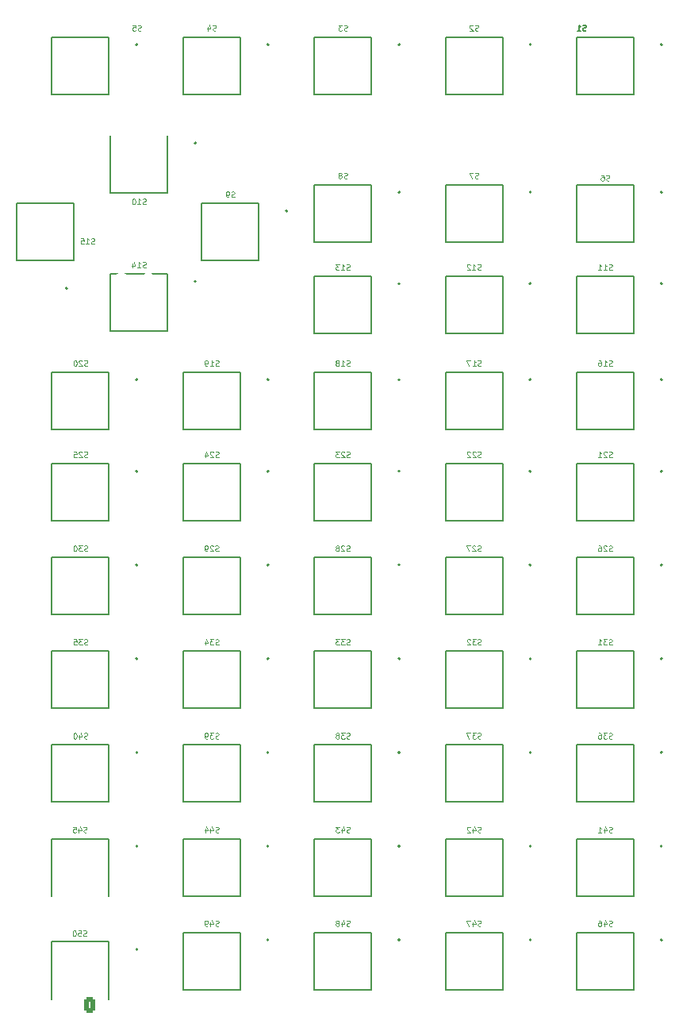
<source format=gbo>
G04 #@! TF.GenerationSoftware,KiCad,Pcbnew,7.0.1*
G04 #@! TF.CreationDate,2023-03-17T22:44:53-07:00*
G04 #@! TF.ProjectId,TI-83x,54492d38-3378-42e6-9b69-6361645f7063,A*
G04 #@! TF.SameCoordinates,Original*
G04 #@! TF.FileFunction,Legend,Bot*
G04 #@! TF.FilePolarity,Positive*
%FSLAX46Y46*%
G04 Gerber Fmt 4.6, Leading zero omitted, Abs format (unit mm)*
G04 Created by KiCad (PCBNEW 7.0.1) date 2023-03-17 22:44:53*
%MOMM*%
%LPD*%
G01*
G04 APERTURE LIST*
G04 Aperture macros list*
%AMRoundRect*
0 Rectangle with rounded corners*
0 $1 Rounding radius*
0 $2 $3 $4 $5 $6 $7 $8 $9 X,Y pos of 4 corners*
0 Add a 4 corners polygon primitive as box body*
4,1,4,$2,$3,$4,$5,$6,$7,$8,$9,$2,$3,0*
0 Add four circle primitives for the rounded corners*
1,1,$1+$1,$2,$3*
1,1,$1+$1,$4,$5*
1,1,$1+$1,$6,$7*
1,1,$1+$1,$8,$9*
0 Add four rect primitives between the rounded corners*
20,1,$1+$1,$2,$3,$4,$5,0*
20,1,$1+$1,$4,$5,$6,$7,0*
20,1,$1+$1,$6,$7,$8,$9,0*
20,1,$1+$1,$8,$9,$2,$3,0*%
G04 Aperture macros list end*
%ADD10C,0.100000*%
%ADD11C,0.150000*%
%ADD12C,0.120000*%
%ADD13C,0.127000*%
%ADD14C,0.200000*%
%ADD15C,0.010000*%
%ADD16R,1.600000X1.400000*%
%ADD17C,0.450000*%
%ADD18O,1.200000X1.750000*%
%ADD19RoundRect,0.250000X0.350000X0.625000X-0.350000X0.625000X-0.350000X-0.625000X0.350000X-0.625000X0*%
%ADD20R,1.400000X1.600000*%
%ADD21C,0.800000*%
%ADD22C,1.600000*%
%ADD23C,0.900000*%
%ADD24C,2.500000*%
%ADD25C,1.524000*%
%ADD26C,0.500000*%
G04 APERTURE END LIST*
D10*
X40900357Y-181809000D02*
X40814643Y-181837571D01*
X40814643Y-181837571D02*
X40671785Y-181837571D01*
X40671785Y-181837571D02*
X40614643Y-181809000D01*
X40614643Y-181809000D02*
X40586071Y-181780428D01*
X40586071Y-181780428D02*
X40557500Y-181723285D01*
X40557500Y-181723285D02*
X40557500Y-181666142D01*
X40557500Y-181666142D02*
X40586071Y-181609000D01*
X40586071Y-181609000D02*
X40614643Y-181580428D01*
X40614643Y-181580428D02*
X40671785Y-181551857D01*
X40671785Y-181551857D02*
X40786071Y-181523285D01*
X40786071Y-181523285D02*
X40843214Y-181494714D01*
X40843214Y-181494714D02*
X40871785Y-181466142D01*
X40871785Y-181466142D02*
X40900357Y-181409000D01*
X40900357Y-181409000D02*
X40900357Y-181351857D01*
X40900357Y-181351857D02*
X40871785Y-181294714D01*
X40871785Y-181294714D02*
X40843214Y-181266142D01*
X40843214Y-181266142D02*
X40786071Y-181237571D01*
X40786071Y-181237571D02*
X40643214Y-181237571D01*
X40643214Y-181237571D02*
X40557500Y-181266142D01*
X40014642Y-181237571D02*
X40300356Y-181237571D01*
X40300356Y-181237571D02*
X40328928Y-181523285D01*
X40328928Y-181523285D02*
X40300356Y-181494714D01*
X40300356Y-181494714D02*
X40243214Y-181466142D01*
X40243214Y-181466142D02*
X40100356Y-181466142D01*
X40100356Y-181466142D02*
X40043214Y-181494714D01*
X40043214Y-181494714D02*
X40014642Y-181523285D01*
X40014642Y-181523285D02*
X39986071Y-181580428D01*
X39986071Y-181580428D02*
X39986071Y-181723285D01*
X39986071Y-181723285D02*
X40014642Y-181780428D01*
X40014642Y-181780428D02*
X40043214Y-181809000D01*
X40043214Y-181809000D02*
X40100356Y-181837571D01*
X40100356Y-181837571D02*
X40243214Y-181837571D01*
X40243214Y-181837571D02*
X40300356Y-181809000D01*
X40300356Y-181809000D02*
X40328928Y-181780428D01*
X39614642Y-181237571D02*
X39557499Y-181237571D01*
X39557499Y-181237571D02*
X39500356Y-181266142D01*
X39500356Y-181266142D02*
X39471785Y-181294714D01*
X39471785Y-181294714D02*
X39443213Y-181351857D01*
X39443213Y-181351857D02*
X39414642Y-181466142D01*
X39414642Y-181466142D02*
X39414642Y-181609000D01*
X39414642Y-181609000D02*
X39443213Y-181723285D01*
X39443213Y-181723285D02*
X39471785Y-181780428D01*
X39471785Y-181780428D02*
X39500356Y-181809000D01*
X39500356Y-181809000D02*
X39557499Y-181837571D01*
X39557499Y-181837571D02*
X39614642Y-181837571D01*
X39614642Y-181837571D02*
X39671785Y-181809000D01*
X39671785Y-181809000D02*
X39700356Y-181780428D01*
X39700356Y-181780428D02*
X39728927Y-181723285D01*
X39728927Y-181723285D02*
X39757499Y-181609000D01*
X39757499Y-181609000D02*
X39757499Y-181466142D01*
X39757499Y-181466142D02*
X39728927Y-181351857D01*
X39728927Y-181351857D02*
X39700356Y-181294714D01*
X39700356Y-181294714D02*
X39671785Y-181266142D01*
X39671785Y-181266142D02*
X39614642Y-181237571D01*
X96992857Y-120999000D02*
X96907143Y-121027571D01*
X96907143Y-121027571D02*
X96764285Y-121027571D01*
X96764285Y-121027571D02*
X96707143Y-120999000D01*
X96707143Y-120999000D02*
X96678571Y-120970428D01*
X96678571Y-120970428D02*
X96650000Y-120913285D01*
X96650000Y-120913285D02*
X96650000Y-120856142D01*
X96650000Y-120856142D02*
X96678571Y-120799000D01*
X96678571Y-120799000D02*
X96707143Y-120770428D01*
X96707143Y-120770428D02*
X96764285Y-120741857D01*
X96764285Y-120741857D02*
X96878571Y-120713285D01*
X96878571Y-120713285D02*
X96935714Y-120684714D01*
X96935714Y-120684714D02*
X96964285Y-120656142D01*
X96964285Y-120656142D02*
X96992857Y-120599000D01*
X96992857Y-120599000D02*
X96992857Y-120541857D01*
X96992857Y-120541857D02*
X96964285Y-120484714D01*
X96964285Y-120484714D02*
X96935714Y-120456142D01*
X96935714Y-120456142D02*
X96878571Y-120427571D01*
X96878571Y-120427571D02*
X96735714Y-120427571D01*
X96735714Y-120427571D02*
X96650000Y-120456142D01*
X96078571Y-121027571D02*
X96421428Y-121027571D01*
X96249999Y-121027571D02*
X96249999Y-120427571D01*
X96249999Y-120427571D02*
X96307142Y-120513285D01*
X96307142Y-120513285D02*
X96364285Y-120570428D01*
X96364285Y-120570428D02*
X96421428Y-120599000D01*
X95564285Y-120427571D02*
X95678570Y-120427571D01*
X95678570Y-120427571D02*
X95735713Y-120456142D01*
X95735713Y-120456142D02*
X95764285Y-120484714D01*
X95764285Y-120484714D02*
X95821427Y-120570428D01*
X95821427Y-120570428D02*
X95849999Y-120684714D01*
X95849999Y-120684714D02*
X95849999Y-120913285D01*
X95849999Y-120913285D02*
X95821427Y-120970428D01*
X95821427Y-120970428D02*
X95792856Y-120999000D01*
X95792856Y-120999000D02*
X95735713Y-121027571D01*
X95735713Y-121027571D02*
X95621427Y-121027571D01*
X95621427Y-121027571D02*
X95564285Y-120999000D01*
X95564285Y-120999000D02*
X95535713Y-120970428D01*
X95535713Y-120970428D02*
X95507142Y-120913285D01*
X95507142Y-120913285D02*
X95507142Y-120770428D01*
X95507142Y-120770428D02*
X95535713Y-120713285D01*
X95535713Y-120713285D02*
X95564285Y-120684714D01*
X95564285Y-120684714D02*
X95621427Y-120656142D01*
X95621427Y-120656142D02*
X95735713Y-120656142D01*
X95735713Y-120656142D02*
X95792856Y-120684714D01*
X95792856Y-120684714D02*
X95821427Y-120713285D01*
X95821427Y-120713285D02*
X95849999Y-120770428D01*
X54992857Y-120999000D02*
X54907143Y-121027571D01*
X54907143Y-121027571D02*
X54764285Y-121027571D01*
X54764285Y-121027571D02*
X54707143Y-120999000D01*
X54707143Y-120999000D02*
X54678571Y-120970428D01*
X54678571Y-120970428D02*
X54650000Y-120913285D01*
X54650000Y-120913285D02*
X54650000Y-120856142D01*
X54650000Y-120856142D02*
X54678571Y-120799000D01*
X54678571Y-120799000D02*
X54707143Y-120770428D01*
X54707143Y-120770428D02*
X54764285Y-120741857D01*
X54764285Y-120741857D02*
X54878571Y-120713285D01*
X54878571Y-120713285D02*
X54935714Y-120684714D01*
X54935714Y-120684714D02*
X54964285Y-120656142D01*
X54964285Y-120656142D02*
X54992857Y-120599000D01*
X54992857Y-120599000D02*
X54992857Y-120541857D01*
X54992857Y-120541857D02*
X54964285Y-120484714D01*
X54964285Y-120484714D02*
X54935714Y-120456142D01*
X54935714Y-120456142D02*
X54878571Y-120427571D01*
X54878571Y-120427571D02*
X54735714Y-120427571D01*
X54735714Y-120427571D02*
X54650000Y-120456142D01*
X54078571Y-121027571D02*
X54421428Y-121027571D01*
X54249999Y-121027571D02*
X54249999Y-120427571D01*
X54249999Y-120427571D02*
X54307142Y-120513285D01*
X54307142Y-120513285D02*
X54364285Y-120570428D01*
X54364285Y-120570428D02*
X54421428Y-120599000D01*
X53792856Y-121027571D02*
X53678570Y-121027571D01*
X53678570Y-121027571D02*
X53621427Y-120999000D01*
X53621427Y-120999000D02*
X53592856Y-120970428D01*
X53592856Y-120970428D02*
X53535713Y-120884714D01*
X53535713Y-120884714D02*
X53507142Y-120770428D01*
X53507142Y-120770428D02*
X53507142Y-120541857D01*
X53507142Y-120541857D02*
X53535713Y-120484714D01*
X53535713Y-120484714D02*
X53564285Y-120456142D01*
X53564285Y-120456142D02*
X53621427Y-120427571D01*
X53621427Y-120427571D02*
X53735713Y-120427571D01*
X53735713Y-120427571D02*
X53792856Y-120456142D01*
X53792856Y-120456142D02*
X53821427Y-120484714D01*
X53821427Y-120484714D02*
X53849999Y-120541857D01*
X53849999Y-120541857D02*
X53849999Y-120684714D01*
X53849999Y-120684714D02*
X53821427Y-120741857D01*
X53821427Y-120741857D02*
X53792856Y-120770428D01*
X53792856Y-120770428D02*
X53735713Y-120799000D01*
X53735713Y-120799000D02*
X53621427Y-120799000D01*
X53621427Y-120799000D02*
X53564285Y-120770428D01*
X53564285Y-120770428D02*
X53535713Y-120741857D01*
X53535713Y-120741857D02*
X53507142Y-120684714D01*
X54985357Y-140749000D02*
X54899643Y-140777571D01*
X54899643Y-140777571D02*
X54756785Y-140777571D01*
X54756785Y-140777571D02*
X54699643Y-140749000D01*
X54699643Y-140749000D02*
X54671071Y-140720428D01*
X54671071Y-140720428D02*
X54642500Y-140663285D01*
X54642500Y-140663285D02*
X54642500Y-140606142D01*
X54642500Y-140606142D02*
X54671071Y-140549000D01*
X54671071Y-140549000D02*
X54699643Y-140520428D01*
X54699643Y-140520428D02*
X54756785Y-140491857D01*
X54756785Y-140491857D02*
X54871071Y-140463285D01*
X54871071Y-140463285D02*
X54928214Y-140434714D01*
X54928214Y-140434714D02*
X54956785Y-140406142D01*
X54956785Y-140406142D02*
X54985357Y-140349000D01*
X54985357Y-140349000D02*
X54985357Y-140291857D01*
X54985357Y-140291857D02*
X54956785Y-140234714D01*
X54956785Y-140234714D02*
X54928214Y-140206142D01*
X54928214Y-140206142D02*
X54871071Y-140177571D01*
X54871071Y-140177571D02*
X54728214Y-140177571D01*
X54728214Y-140177571D02*
X54642500Y-140206142D01*
X54413928Y-140234714D02*
X54385356Y-140206142D01*
X54385356Y-140206142D02*
X54328214Y-140177571D01*
X54328214Y-140177571D02*
X54185356Y-140177571D01*
X54185356Y-140177571D02*
X54128214Y-140206142D01*
X54128214Y-140206142D02*
X54099642Y-140234714D01*
X54099642Y-140234714D02*
X54071071Y-140291857D01*
X54071071Y-140291857D02*
X54071071Y-140349000D01*
X54071071Y-140349000D02*
X54099642Y-140434714D01*
X54099642Y-140434714D02*
X54442499Y-140777571D01*
X54442499Y-140777571D02*
X54071071Y-140777571D01*
X53785356Y-140777571D02*
X53671070Y-140777571D01*
X53671070Y-140777571D02*
X53613927Y-140749000D01*
X53613927Y-140749000D02*
X53585356Y-140720428D01*
X53585356Y-140720428D02*
X53528213Y-140634714D01*
X53528213Y-140634714D02*
X53499642Y-140520428D01*
X53499642Y-140520428D02*
X53499642Y-140291857D01*
X53499642Y-140291857D02*
X53528213Y-140234714D01*
X53528213Y-140234714D02*
X53556785Y-140206142D01*
X53556785Y-140206142D02*
X53613927Y-140177571D01*
X53613927Y-140177571D02*
X53728213Y-140177571D01*
X53728213Y-140177571D02*
X53785356Y-140206142D01*
X53785356Y-140206142D02*
X53813927Y-140234714D01*
X53813927Y-140234714D02*
X53842499Y-140291857D01*
X53842499Y-140291857D02*
X53842499Y-140434714D01*
X53842499Y-140434714D02*
X53813927Y-140491857D01*
X53813927Y-140491857D02*
X53785356Y-140520428D01*
X53785356Y-140520428D02*
X53728213Y-140549000D01*
X53728213Y-140549000D02*
X53613927Y-140549000D01*
X53613927Y-140549000D02*
X53556785Y-140520428D01*
X53556785Y-140520428D02*
X53528213Y-140491857D01*
X53528213Y-140491857D02*
X53499642Y-140434714D01*
X41742857Y-107999000D02*
X41657143Y-108027571D01*
X41657143Y-108027571D02*
X41514285Y-108027571D01*
X41514285Y-108027571D02*
X41457143Y-107999000D01*
X41457143Y-107999000D02*
X41428571Y-107970428D01*
X41428571Y-107970428D02*
X41400000Y-107913285D01*
X41400000Y-107913285D02*
X41400000Y-107856142D01*
X41400000Y-107856142D02*
X41428571Y-107799000D01*
X41428571Y-107799000D02*
X41457143Y-107770428D01*
X41457143Y-107770428D02*
X41514285Y-107741857D01*
X41514285Y-107741857D02*
X41628571Y-107713285D01*
X41628571Y-107713285D02*
X41685714Y-107684714D01*
X41685714Y-107684714D02*
X41714285Y-107656142D01*
X41714285Y-107656142D02*
X41742857Y-107599000D01*
X41742857Y-107599000D02*
X41742857Y-107541857D01*
X41742857Y-107541857D02*
X41714285Y-107484714D01*
X41714285Y-107484714D02*
X41685714Y-107456142D01*
X41685714Y-107456142D02*
X41628571Y-107427571D01*
X41628571Y-107427571D02*
X41485714Y-107427571D01*
X41485714Y-107427571D02*
X41400000Y-107456142D01*
X40828571Y-108027571D02*
X41171428Y-108027571D01*
X40999999Y-108027571D02*
X40999999Y-107427571D01*
X40999999Y-107427571D02*
X41057142Y-107513285D01*
X41057142Y-107513285D02*
X41114285Y-107570428D01*
X41114285Y-107570428D02*
X41171428Y-107599000D01*
X40285713Y-107427571D02*
X40571427Y-107427571D01*
X40571427Y-107427571D02*
X40599999Y-107713285D01*
X40599999Y-107713285D02*
X40571427Y-107684714D01*
X40571427Y-107684714D02*
X40514285Y-107656142D01*
X40514285Y-107656142D02*
X40371427Y-107656142D01*
X40371427Y-107656142D02*
X40314285Y-107684714D01*
X40314285Y-107684714D02*
X40285713Y-107713285D01*
X40285713Y-107713285D02*
X40257142Y-107770428D01*
X40257142Y-107770428D02*
X40257142Y-107913285D01*
X40257142Y-107913285D02*
X40285713Y-107970428D01*
X40285713Y-107970428D02*
X40314285Y-107999000D01*
X40314285Y-107999000D02*
X40371427Y-108027571D01*
X40371427Y-108027571D02*
X40514285Y-108027571D01*
X40514285Y-108027571D02*
X40571427Y-107999000D01*
X40571427Y-107999000D02*
X40599999Y-107970428D01*
X82992857Y-180749000D02*
X82907143Y-180777571D01*
X82907143Y-180777571D02*
X82764285Y-180777571D01*
X82764285Y-180777571D02*
X82707143Y-180749000D01*
X82707143Y-180749000D02*
X82678571Y-180720428D01*
X82678571Y-180720428D02*
X82650000Y-180663285D01*
X82650000Y-180663285D02*
X82650000Y-180606142D01*
X82650000Y-180606142D02*
X82678571Y-180549000D01*
X82678571Y-180549000D02*
X82707143Y-180520428D01*
X82707143Y-180520428D02*
X82764285Y-180491857D01*
X82764285Y-180491857D02*
X82878571Y-180463285D01*
X82878571Y-180463285D02*
X82935714Y-180434714D01*
X82935714Y-180434714D02*
X82964285Y-180406142D01*
X82964285Y-180406142D02*
X82992857Y-180349000D01*
X82992857Y-180349000D02*
X82992857Y-180291857D01*
X82992857Y-180291857D02*
X82964285Y-180234714D01*
X82964285Y-180234714D02*
X82935714Y-180206142D01*
X82935714Y-180206142D02*
X82878571Y-180177571D01*
X82878571Y-180177571D02*
X82735714Y-180177571D01*
X82735714Y-180177571D02*
X82650000Y-180206142D01*
X82135714Y-180377571D02*
X82135714Y-180777571D01*
X82278571Y-180149000D02*
X82421428Y-180577571D01*
X82421428Y-180577571D02*
X82049999Y-180577571D01*
X81878570Y-180177571D02*
X81478570Y-180177571D01*
X81478570Y-180177571D02*
X81735713Y-180777571D01*
X54707143Y-85249000D02*
X54621429Y-85277571D01*
X54621429Y-85277571D02*
X54478571Y-85277571D01*
X54478571Y-85277571D02*
X54421429Y-85249000D01*
X54421429Y-85249000D02*
X54392857Y-85220428D01*
X54392857Y-85220428D02*
X54364286Y-85163285D01*
X54364286Y-85163285D02*
X54364286Y-85106142D01*
X54364286Y-85106142D02*
X54392857Y-85049000D01*
X54392857Y-85049000D02*
X54421429Y-85020428D01*
X54421429Y-85020428D02*
X54478571Y-84991857D01*
X54478571Y-84991857D02*
X54592857Y-84963285D01*
X54592857Y-84963285D02*
X54650000Y-84934714D01*
X54650000Y-84934714D02*
X54678571Y-84906142D01*
X54678571Y-84906142D02*
X54707143Y-84849000D01*
X54707143Y-84849000D02*
X54707143Y-84791857D01*
X54707143Y-84791857D02*
X54678571Y-84734714D01*
X54678571Y-84734714D02*
X54650000Y-84706142D01*
X54650000Y-84706142D02*
X54592857Y-84677571D01*
X54592857Y-84677571D02*
X54450000Y-84677571D01*
X54450000Y-84677571D02*
X54364286Y-84706142D01*
X53850000Y-84877571D02*
X53850000Y-85277571D01*
X53992857Y-84649000D02*
X54135714Y-85077571D01*
X54135714Y-85077571D02*
X53764285Y-85077571D01*
D11*
X94207143Y-85249000D02*
X94121429Y-85277571D01*
X94121429Y-85277571D02*
X93978571Y-85277571D01*
X93978571Y-85277571D02*
X93921429Y-85249000D01*
X93921429Y-85249000D02*
X93892857Y-85220428D01*
X93892857Y-85220428D02*
X93864286Y-85163285D01*
X93864286Y-85163285D02*
X93864286Y-85106142D01*
X93864286Y-85106142D02*
X93892857Y-85049000D01*
X93892857Y-85049000D02*
X93921429Y-85020428D01*
X93921429Y-85020428D02*
X93978571Y-84991857D01*
X93978571Y-84991857D02*
X94092857Y-84963285D01*
X94092857Y-84963285D02*
X94150000Y-84934714D01*
X94150000Y-84934714D02*
X94178571Y-84906142D01*
X94178571Y-84906142D02*
X94207143Y-84849000D01*
X94207143Y-84849000D02*
X94207143Y-84791857D01*
X94207143Y-84791857D02*
X94178571Y-84734714D01*
X94178571Y-84734714D02*
X94150000Y-84706142D01*
X94150000Y-84706142D02*
X94092857Y-84677571D01*
X94092857Y-84677571D02*
X93950000Y-84677571D01*
X93950000Y-84677571D02*
X93864286Y-84706142D01*
X93292857Y-85277571D02*
X93635714Y-85277571D01*
X93464285Y-85277571D02*
X93464285Y-84677571D01*
X93464285Y-84677571D02*
X93521428Y-84763285D01*
X93521428Y-84763285D02*
X93578571Y-84820428D01*
X93578571Y-84820428D02*
X93635714Y-84849000D01*
D10*
X68707143Y-85249000D02*
X68621429Y-85277571D01*
X68621429Y-85277571D02*
X68478571Y-85277571D01*
X68478571Y-85277571D02*
X68421429Y-85249000D01*
X68421429Y-85249000D02*
X68392857Y-85220428D01*
X68392857Y-85220428D02*
X68364286Y-85163285D01*
X68364286Y-85163285D02*
X68364286Y-85106142D01*
X68364286Y-85106142D02*
X68392857Y-85049000D01*
X68392857Y-85049000D02*
X68421429Y-85020428D01*
X68421429Y-85020428D02*
X68478571Y-84991857D01*
X68478571Y-84991857D02*
X68592857Y-84963285D01*
X68592857Y-84963285D02*
X68650000Y-84934714D01*
X68650000Y-84934714D02*
X68678571Y-84906142D01*
X68678571Y-84906142D02*
X68707143Y-84849000D01*
X68707143Y-84849000D02*
X68707143Y-84791857D01*
X68707143Y-84791857D02*
X68678571Y-84734714D01*
X68678571Y-84734714D02*
X68650000Y-84706142D01*
X68650000Y-84706142D02*
X68592857Y-84677571D01*
X68592857Y-84677571D02*
X68450000Y-84677571D01*
X68450000Y-84677571D02*
X68364286Y-84706142D01*
X68164285Y-84677571D02*
X67792857Y-84677571D01*
X67792857Y-84677571D02*
X67992857Y-84906142D01*
X67992857Y-84906142D02*
X67907142Y-84906142D01*
X67907142Y-84906142D02*
X67850000Y-84934714D01*
X67850000Y-84934714D02*
X67821428Y-84963285D01*
X67821428Y-84963285D02*
X67792857Y-85020428D01*
X67792857Y-85020428D02*
X67792857Y-85163285D01*
X67792857Y-85163285D02*
X67821428Y-85220428D01*
X67821428Y-85220428D02*
X67850000Y-85249000D01*
X67850000Y-85249000D02*
X67907142Y-85277571D01*
X67907142Y-85277571D02*
X68078571Y-85277571D01*
X68078571Y-85277571D02*
X68135714Y-85249000D01*
X68135714Y-85249000D02*
X68164285Y-85220428D01*
X68985357Y-140749000D02*
X68899643Y-140777571D01*
X68899643Y-140777571D02*
X68756785Y-140777571D01*
X68756785Y-140777571D02*
X68699643Y-140749000D01*
X68699643Y-140749000D02*
X68671071Y-140720428D01*
X68671071Y-140720428D02*
X68642500Y-140663285D01*
X68642500Y-140663285D02*
X68642500Y-140606142D01*
X68642500Y-140606142D02*
X68671071Y-140549000D01*
X68671071Y-140549000D02*
X68699643Y-140520428D01*
X68699643Y-140520428D02*
X68756785Y-140491857D01*
X68756785Y-140491857D02*
X68871071Y-140463285D01*
X68871071Y-140463285D02*
X68928214Y-140434714D01*
X68928214Y-140434714D02*
X68956785Y-140406142D01*
X68956785Y-140406142D02*
X68985357Y-140349000D01*
X68985357Y-140349000D02*
X68985357Y-140291857D01*
X68985357Y-140291857D02*
X68956785Y-140234714D01*
X68956785Y-140234714D02*
X68928214Y-140206142D01*
X68928214Y-140206142D02*
X68871071Y-140177571D01*
X68871071Y-140177571D02*
X68728214Y-140177571D01*
X68728214Y-140177571D02*
X68642500Y-140206142D01*
X68413928Y-140234714D02*
X68385356Y-140206142D01*
X68385356Y-140206142D02*
X68328214Y-140177571D01*
X68328214Y-140177571D02*
X68185356Y-140177571D01*
X68185356Y-140177571D02*
X68128214Y-140206142D01*
X68128214Y-140206142D02*
X68099642Y-140234714D01*
X68099642Y-140234714D02*
X68071071Y-140291857D01*
X68071071Y-140291857D02*
X68071071Y-140349000D01*
X68071071Y-140349000D02*
X68099642Y-140434714D01*
X68099642Y-140434714D02*
X68442499Y-140777571D01*
X68442499Y-140777571D02*
X68071071Y-140777571D01*
X67728213Y-140434714D02*
X67785356Y-140406142D01*
X67785356Y-140406142D02*
X67813927Y-140377571D01*
X67813927Y-140377571D02*
X67842499Y-140320428D01*
X67842499Y-140320428D02*
X67842499Y-140291857D01*
X67842499Y-140291857D02*
X67813927Y-140234714D01*
X67813927Y-140234714D02*
X67785356Y-140206142D01*
X67785356Y-140206142D02*
X67728213Y-140177571D01*
X67728213Y-140177571D02*
X67613927Y-140177571D01*
X67613927Y-140177571D02*
X67556785Y-140206142D01*
X67556785Y-140206142D02*
X67528213Y-140234714D01*
X67528213Y-140234714D02*
X67499642Y-140291857D01*
X67499642Y-140291857D02*
X67499642Y-140320428D01*
X67499642Y-140320428D02*
X67528213Y-140377571D01*
X67528213Y-140377571D02*
X67556785Y-140406142D01*
X67556785Y-140406142D02*
X67613927Y-140434714D01*
X67613927Y-140434714D02*
X67728213Y-140434714D01*
X67728213Y-140434714D02*
X67785356Y-140463285D01*
X67785356Y-140463285D02*
X67813927Y-140491857D01*
X67813927Y-140491857D02*
X67842499Y-140549000D01*
X67842499Y-140549000D02*
X67842499Y-140663285D01*
X67842499Y-140663285D02*
X67813927Y-140720428D01*
X67813927Y-140720428D02*
X67785356Y-140749000D01*
X67785356Y-140749000D02*
X67728213Y-140777571D01*
X67728213Y-140777571D02*
X67613927Y-140777571D01*
X67613927Y-140777571D02*
X67556785Y-140749000D01*
X67556785Y-140749000D02*
X67528213Y-140720428D01*
X67528213Y-140720428D02*
X67499642Y-140663285D01*
X67499642Y-140663285D02*
X67499642Y-140549000D01*
X67499642Y-140549000D02*
X67528213Y-140491857D01*
X67528213Y-140491857D02*
X67556785Y-140463285D01*
X67556785Y-140463285D02*
X67613927Y-140434714D01*
X40922857Y-170749000D02*
X40837143Y-170777571D01*
X40837143Y-170777571D02*
X40694285Y-170777571D01*
X40694285Y-170777571D02*
X40637143Y-170749000D01*
X40637143Y-170749000D02*
X40608571Y-170720428D01*
X40608571Y-170720428D02*
X40580000Y-170663285D01*
X40580000Y-170663285D02*
X40580000Y-170606142D01*
X40580000Y-170606142D02*
X40608571Y-170549000D01*
X40608571Y-170549000D02*
X40637143Y-170520428D01*
X40637143Y-170520428D02*
X40694285Y-170491857D01*
X40694285Y-170491857D02*
X40808571Y-170463285D01*
X40808571Y-170463285D02*
X40865714Y-170434714D01*
X40865714Y-170434714D02*
X40894285Y-170406142D01*
X40894285Y-170406142D02*
X40922857Y-170349000D01*
X40922857Y-170349000D02*
X40922857Y-170291857D01*
X40922857Y-170291857D02*
X40894285Y-170234714D01*
X40894285Y-170234714D02*
X40865714Y-170206142D01*
X40865714Y-170206142D02*
X40808571Y-170177571D01*
X40808571Y-170177571D02*
X40665714Y-170177571D01*
X40665714Y-170177571D02*
X40580000Y-170206142D01*
X40065714Y-170377571D02*
X40065714Y-170777571D01*
X40208571Y-170149000D02*
X40351428Y-170577571D01*
X40351428Y-170577571D02*
X39979999Y-170577571D01*
X39465713Y-170177571D02*
X39751427Y-170177571D01*
X39751427Y-170177571D02*
X39779999Y-170463285D01*
X39779999Y-170463285D02*
X39751427Y-170434714D01*
X39751427Y-170434714D02*
X39694285Y-170406142D01*
X39694285Y-170406142D02*
X39551427Y-170406142D01*
X39551427Y-170406142D02*
X39494285Y-170434714D01*
X39494285Y-170434714D02*
X39465713Y-170463285D01*
X39465713Y-170463285D02*
X39437142Y-170520428D01*
X39437142Y-170520428D02*
X39437142Y-170663285D01*
X39437142Y-170663285D02*
X39465713Y-170720428D01*
X39465713Y-170720428D02*
X39494285Y-170749000D01*
X39494285Y-170749000D02*
X39551427Y-170777571D01*
X39551427Y-170777571D02*
X39694285Y-170777571D01*
X39694285Y-170777571D02*
X39751427Y-170749000D01*
X39751427Y-170749000D02*
X39779999Y-170720428D01*
X68992857Y-150749000D02*
X68907143Y-150777571D01*
X68907143Y-150777571D02*
X68764285Y-150777571D01*
X68764285Y-150777571D02*
X68707143Y-150749000D01*
X68707143Y-150749000D02*
X68678571Y-150720428D01*
X68678571Y-150720428D02*
X68650000Y-150663285D01*
X68650000Y-150663285D02*
X68650000Y-150606142D01*
X68650000Y-150606142D02*
X68678571Y-150549000D01*
X68678571Y-150549000D02*
X68707143Y-150520428D01*
X68707143Y-150520428D02*
X68764285Y-150491857D01*
X68764285Y-150491857D02*
X68878571Y-150463285D01*
X68878571Y-150463285D02*
X68935714Y-150434714D01*
X68935714Y-150434714D02*
X68964285Y-150406142D01*
X68964285Y-150406142D02*
X68992857Y-150349000D01*
X68992857Y-150349000D02*
X68992857Y-150291857D01*
X68992857Y-150291857D02*
X68964285Y-150234714D01*
X68964285Y-150234714D02*
X68935714Y-150206142D01*
X68935714Y-150206142D02*
X68878571Y-150177571D01*
X68878571Y-150177571D02*
X68735714Y-150177571D01*
X68735714Y-150177571D02*
X68650000Y-150206142D01*
X68449999Y-150177571D02*
X68078571Y-150177571D01*
X68078571Y-150177571D02*
X68278571Y-150406142D01*
X68278571Y-150406142D02*
X68192856Y-150406142D01*
X68192856Y-150406142D02*
X68135714Y-150434714D01*
X68135714Y-150434714D02*
X68107142Y-150463285D01*
X68107142Y-150463285D02*
X68078571Y-150520428D01*
X68078571Y-150520428D02*
X68078571Y-150663285D01*
X68078571Y-150663285D02*
X68107142Y-150720428D01*
X68107142Y-150720428D02*
X68135714Y-150749000D01*
X68135714Y-150749000D02*
X68192856Y-150777571D01*
X68192856Y-150777571D02*
X68364285Y-150777571D01*
X68364285Y-150777571D02*
X68421428Y-150749000D01*
X68421428Y-150749000D02*
X68449999Y-150720428D01*
X67878570Y-150177571D02*
X67507142Y-150177571D01*
X67507142Y-150177571D02*
X67707142Y-150406142D01*
X67707142Y-150406142D02*
X67621427Y-150406142D01*
X67621427Y-150406142D02*
X67564285Y-150434714D01*
X67564285Y-150434714D02*
X67535713Y-150463285D01*
X67535713Y-150463285D02*
X67507142Y-150520428D01*
X67507142Y-150520428D02*
X67507142Y-150663285D01*
X67507142Y-150663285D02*
X67535713Y-150720428D01*
X67535713Y-150720428D02*
X67564285Y-150749000D01*
X67564285Y-150749000D02*
X67621427Y-150777571D01*
X67621427Y-150777571D02*
X67792856Y-150777571D01*
X67792856Y-150777571D02*
X67849999Y-150749000D01*
X67849999Y-150749000D02*
X67878570Y-150720428D01*
X96985357Y-140749000D02*
X96899643Y-140777571D01*
X96899643Y-140777571D02*
X96756785Y-140777571D01*
X96756785Y-140777571D02*
X96699643Y-140749000D01*
X96699643Y-140749000D02*
X96671071Y-140720428D01*
X96671071Y-140720428D02*
X96642500Y-140663285D01*
X96642500Y-140663285D02*
X96642500Y-140606142D01*
X96642500Y-140606142D02*
X96671071Y-140549000D01*
X96671071Y-140549000D02*
X96699643Y-140520428D01*
X96699643Y-140520428D02*
X96756785Y-140491857D01*
X96756785Y-140491857D02*
X96871071Y-140463285D01*
X96871071Y-140463285D02*
X96928214Y-140434714D01*
X96928214Y-140434714D02*
X96956785Y-140406142D01*
X96956785Y-140406142D02*
X96985357Y-140349000D01*
X96985357Y-140349000D02*
X96985357Y-140291857D01*
X96985357Y-140291857D02*
X96956785Y-140234714D01*
X96956785Y-140234714D02*
X96928214Y-140206142D01*
X96928214Y-140206142D02*
X96871071Y-140177571D01*
X96871071Y-140177571D02*
X96728214Y-140177571D01*
X96728214Y-140177571D02*
X96642500Y-140206142D01*
X96413928Y-140234714D02*
X96385356Y-140206142D01*
X96385356Y-140206142D02*
X96328214Y-140177571D01*
X96328214Y-140177571D02*
X96185356Y-140177571D01*
X96185356Y-140177571D02*
X96128214Y-140206142D01*
X96128214Y-140206142D02*
X96099642Y-140234714D01*
X96099642Y-140234714D02*
X96071071Y-140291857D01*
X96071071Y-140291857D02*
X96071071Y-140349000D01*
X96071071Y-140349000D02*
X96099642Y-140434714D01*
X96099642Y-140434714D02*
X96442499Y-140777571D01*
X96442499Y-140777571D02*
X96071071Y-140777571D01*
X95556785Y-140177571D02*
X95671070Y-140177571D01*
X95671070Y-140177571D02*
X95728213Y-140206142D01*
X95728213Y-140206142D02*
X95756785Y-140234714D01*
X95756785Y-140234714D02*
X95813927Y-140320428D01*
X95813927Y-140320428D02*
X95842499Y-140434714D01*
X95842499Y-140434714D02*
X95842499Y-140663285D01*
X95842499Y-140663285D02*
X95813927Y-140720428D01*
X95813927Y-140720428D02*
X95785356Y-140749000D01*
X95785356Y-140749000D02*
X95728213Y-140777571D01*
X95728213Y-140777571D02*
X95613927Y-140777571D01*
X95613927Y-140777571D02*
X95556785Y-140749000D01*
X95556785Y-140749000D02*
X95528213Y-140720428D01*
X95528213Y-140720428D02*
X95499642Y-140663285D01*
X95499642Y-140663285D02*
X95499642Y-140520428D01*
X95499642Y-140520428D02*
X95528213Y-140463285D01*
X95528213Y-140463285D02*
X95556785Y-140434714D01*
X95556785Y-140434714D02*
X95613927Y-140406142D01*
X95613927Y-140406142D02*
X95728213Y-140406142D01*
X95728213Y-140406142D02*
X95785356Y-140434714D01*
X95785356Y-140434714D02*
X95813927Y-140463285D01*
X95813927Y-140463285D02*
X95842499Y-140520428D01*
X82985357Y-140749000D02*
X82899643Y-140777571D01*
X82899643Y-140777571D02*
X82756785Y-140777571D01*
X82756785Y-140777571D02*
X82699643Y-140749000D01*
X82699643Y-140749000D02*
X82671071Y-140720428D01*
X82671071Y-140720428D02*
X82642500Y-140663285D01*
X82642500Y-140663285D02*
X82642500Y-140606142D01*
X82642500Y-140606142D02*
X82671071Y-140549000D01*
X82671071Y-140549000D02*
X82699643Y-140520428D01*
X82699643Y-140520428D02*
X82756785Y-140491857D01*
X82756785Y-140491857D02*
X82871071Y-140463285D01*
X82871071Y-140463285D02*
X82928214Y-140434714D01*
X82928214Y-140434714D02*
X82956785Y-140406142D01*
X82956785Y-140406142D02*
X82985357Y-140349000D01*
X82985357Y-140349000D02*
X82985357Y-140291857D01*
X82985357Y-140291857D02*
X82956785Y-140234714D01*
X82956785Y-140234714D02*
X82928214Y-140206142D01*
X82928214Y-140206142D02*
X82871071Y-140177571D01*
X82871071Y-140177571D02*
X82728214Y-140177571D01*
X82728214Y-140177571D02*
X82642500Y-140206142D01*
X82413928Y-140234714D02*
X82385356Y-140206142D01*
X82385356Y-140206142D02*
X82328214Y-140177571D01*
X82328214Y-140177571D02*
X82185356Y-140177571D01*
X82185356Y-140177571D02*
X82128214Y-140206142D01*
X82128214Y-140206142D02*
X82099642Y-140234714D01*
X82099642Y-140234714D02*
X82071071Y-140291857D01*
X82071071Y-140291857D02*
X82071071Y-140349000D01*
X82071071Y-140349000D02*
X82099642Y-140434714D01*
X82099642Y-140434714D02*
X82442499Y-140777571D01*
X82442499Y-140777571D02*
X82071071Y-140777571D01*
X81871070Y-140177571D02*
X81471070Y-140177571D01*
X81471070Y-140177571D02*
X81728213Y-140777571D01*
X54992857Y-160749000D02*
X54907143Y-160777571D01*
X54907143Y-160777571D02*
X54764285Y-160777571D01*
X54764285Y-160777571D02*
X54707143Y-160749000D01*
X54707143Y-160749000D02*
X54678571Y-160720428D01*
X54678571Y-160720428D02*
X54650000Y-160663285D01*
X54650000Y-160663285D02*
X54650000Y-160606142D01*
X54650000Y-160606142D02*
X54678571Y-160549000D01*
X54678571Y-160549000D02*
X54707143Y-160520428D01*
X54707143Y-160520428D02*
X54764285Y-160491857D01*
X54764285Y-160491857D02*
X54878571Y-160463285D01*
X54878571Y-160463285D02*
X54935714Y-160434714D01*
X54935714Y-160434714D02*
X54964285Y-160406142D01*
X54964285Y-160406142D02*
X54992857Y-160349000D01*
X54992857Y-160349000D02*
X54992857Y-160291857D01*
X54992857Y-160291857D02*
X54964285Y-160234714D01*
X54964285Y-160234714D02*
X54935714Y-160206142D01*
X54935714Y-160206142D02*
X54878571Y-160177571D01*
X54878571Y-160177571D02*
X54735714Y-160177571D01*
X54735714Y-160177571D02*
X54650000Y-160206142D01*
X54449999Y-160177571D02*
X54078571Y-160177571D01*
X54078571Y-160177571D02*
X54278571Y-160406142D01*
X54278571Y-160406142D02*
X54192856Y-160406142D01*
X54192856Y-160406142D02*
X54135714Y-160434714D01*
X54135714Y-160434714D02*
X54107142Y-160463285D01*
X54107142Y-160463285D02*
X54078571Y-160520428D01*
X54078571Y-160520428D02*
X54078571Y-160663285D01*
X54078571Y-160663285D02*
X54107142Y-160720428D01*
X54107142Y-160720428D02*
X54135714Y-160749000D01*
X54135714Y-160749000D02*
X54192856Y-160777571D01*
X54192856Y-160777571D02*
X54364285Y-160777571D01*
X54364285Y-160777571D02*
X54421428Y-160749000D01*
X54421428Y-160749000D02*
X54449999Y-160720428D01*
X53792856Y-160777571D02*
X53678570Y-160777571D01*
X53678570Y-160777571D02*
X53621427Y-160749000D01*
X53621427Y-160749000D02*
X53592856Y-160720428D01*
X53592856Y-160720428D02*
X53535713Y-160634714D01*
X53535713Y-160634714D02*
X53507142Y-160520428D01*
X53507142Y-160520428D02*
X53507142Y-160291857D01*
X53507142Y-160291857D02*
X53535713Y-160234714D01*
X53535713Y-160234714D02*
X53564285Y-160206142D01*
X53564285Y-160206142D02*
X53621427Y-160177571D01*
X53621427Y-160177571D02*
X53735713Y-160177571D01*
X53735713Y-160177571D02*
X53792856Y-160206142D01*
X53792856Y-160206142D02*
X53821427Y-160234714D01*
X53821427Y-160234714D02*
X53849999Y-160291857D01*
X53849999Y-160291857D02*
X53849999Y-160434714D01*
X53849999Y-160434714D02*
X53821427Y-160491857D01*
X53821427Y-160491857D02*
X53792856Y-160520428D01*
X53792856Y-160520428D02*
X53735713Y-160549000D01*
X53735713Y-160549000D02*
X53621427Y-160549000D01*
X53621427Y-160549000D02*
X53564285Y-160520428D01*
X53564285Y-160520428D02*
X53535713Y-160491857D01*
X53535713Y-160491857D02*
X53507142Y-160434714D01*
X82992857Y-150749000D02*
X82907143Y-150777571D01*
X82907143Y-150777571D02*
X82764285Y-150777571D01*
X82764285Y-150777571D02*
X82707143Y-150749000D01*
X82707143Y-150749000D02*
X82678571Y-150720428D01*
X82678571Y-150720428D02*
X82650000Y-150663285D01*
X82650000Y-150663285D02*
X82650000Y-150606142D01*
X82650000Y-150606142D02*
X82678571Y-150549000D01*
X82678571Y-150549000D02*
X82707143Y-150520428D01*
X82707143Y-150520428D02*
X82764285Y-150491857D01*
X82764285Y-150491857D02*
X82878571Y-150463285D01*
X82878571Y-150463285D02*
X82935714Y-150434714D01*
X82935714Y-150434714D02*
X82964285Y-150406142D01*
X82964285Y-150406142D02*
X82992857Y-150349000D01*
X82992857Y-150349000D02*
X82992857Y-150291857D01*
X82992857Y-150291857D02*
X82964285Y-150234714D01*
X82964285Y-150234714D02*
X82935714Y-150206142D01*
X82935714Y-150206142D02*
X82878571Y-150177571D01*
X82878571Y-150177571D02*
X82735714Y-150177571D01*
X82735714Y-150177571D02*
X82650000Y-150206142D01*
X82449999Y-150177571D02*
X82078571Y-150177571D01*
X82078571Y-150177571D02*
X82278571Y-150406142D01*
X82278571Y-150406142D02*
X82192856Y-150406142D01*
X82192856Y-150406142D02*
X82135714Y-150434714D01*
X82135714Y-150434714D02*
X82107142Y-150463285D01*
X82107142Y-150463285D02*
X82078571Y-150520428D01*
X82078571Y-150520428D02*
X82078571Y-150663285D01*
X82078571Y-150663285D02*
X82107142Y-150720428D01*
X82107142Y-150720428D02*
X82135714Y-150749000D01*
X82135714Y-150749000D02*
X82192856Y-150777571D01*
X82192856Y-150777571D02*
X82364285Y-150777571D01*
X82364285Y-150777571D02*
X82421428Y-150749000D01*
X82421428Y-150749000D02*
X82449999Y-150720428D01*
X81849999Y-150234714D02*
X81821427Y-150206142D01*
X81821427Y-150206142D02*
X81764285Y-150177571D01*
X81764285Y-150177571D02*
X81621427Y-150177571D01*
X81621427Y-150177571D02*
X81564285Y-150206142D01*
X81564285Y-150206142D02*
X81535713Y-150234714D01*
X81535713Y-150234714D02*
X81507142Y-150291857D01*
X81507142Y-150291857D02*
X81507142Y-150349000D01*
X81507142Y-150349000D02*
X81535713Y-150434714D01*
X81535713Y-150434714D02*
X81878570Y-150777571D01*
X81878570Y-150777571D02*
X81507142Y-150777571D01*
X82707143Y-85249000D02*
X82621429Y-85277571D01*
X82621429Y-85277571D02*
X82478571Y-85277571D01*
X82478571Y-85277571D02*
X82421429Y-85249000D01*
X82421429Y-85249000D02*
X82392857Y-85220428D01*
X82392857Y-85220428D02*
X82364286Y-85163285D01*
X82364286Y-85163285D02*
X82364286Y-85106142D01*
X82364286Y-85106142D02*
X82392857Y-85049000D01*
X82392857Y-85049000D02*
X82421429Y-85020428D01*
X82421429Y-85020428D02*
X82478571Y-84991857D01*
X82478571Y-84991857D02*
X82592857Y-84963285D01*
X82592857Y-84963285D02*
X82650000Y-84934714D01*
X82650000Y-84934714D02*
X82678571Y-84906142D01*
X82678571Y-84906142D02*
X82707143Y-84849000D01*
X82707143Y-84849000D02*
X82707143Y-84791857D01*
X82707143Y-84791857D02*
X82678571Y-84734714D01*
X82678571Y-84734714D02*
X82650000Y-84706142D01*
X82650000Y-84706142D02*
X82592857Y-84677571D01*
X82592857Y-84677571D02*
X82450000Y-84677571D01*
X82450000Y-84677571D02*
X82364286Y-84706142D01*
X82135714Y-84734714D02*
X82107142Y-84706142D01*
X82107142Y-84706142D02*
X82050000Y-84677571D01*
X82050000Y-84677571D02*
X81907142Y-84677571D01*
X81907142Y-84677571D02*
X81850000Y-84706142D01*
X81850000Y-84706142D02*
X81821428Y-84734714D01*
X81821428Y-84734714D02*
X81792857Y-84791857D01*
X81792857Y-84791857D02*
X81792857Y-84849000D01*
X81792857Y-84849000D02*
X81821428Y-84934714D01*
X81821428Y-84934714D02*
X82164285Y-85277571D01*
X82164285Y-85277571D02*
X81792857Y-85277571D01*
X40992857Y-160749000D02*
X40907143Y-160777571D01*
X40907143Y-160777571D02*
X40764285Y-160777571D01*
X40764285Y-160777571D02*
X40707143Y-160749000D01*
X40707143Y-160749000D02*
X40678571Y-160720428D01*
X40678571Y-160720428D02*
X40650000Y-160663285D01*
X40650000Y-160663285D02*
X40650000Y-160606142D01*
X40650000Y-160606142D02*
X40678571Y-160549000D01*
X40678571Y-160549000D02*
X40707143Y-160520428D01*
X40707143Y-160520428D02*
X40764285Y-160491857D01*
X40764285Y-160491857D02*
X40878571Y-160463285D01*
X40878571Y-160463285D02*
X40935714Y-160434714D01*
X40935714Y-160434714D02*
X40964285Y-160406142D01*
X40964285Y-160406142D02*
X40992857Y-160349000D01*
X40992857Y-160349000D02*
X40992857Y-160291857D01*
X40992857Y-160291857D02*
X40964285Y-160234714D01*
X40964285Y-160234714D02*
X40935714Y-160206142D01*
X40935714Y-160206142D02*
X40878571Y-160177571D01*
X40878571Y-160177571D02*
X40735714Y-160177571D01*
X40735714Y-160177571D02*
X40650000Y-160206142D01*
X40135714Y-160377571D02*
X40135714Y-160777571D01*
X40278571Y-160149000D02*
X40421428Y-160577571D01*
X40421428Y-160577571D02*
X40049999Y-160577571D01*
X39707142Y-160177571D02*
X39649999Y-160177571D01*
X39649999Y-160177571D02*
X39592856Y-160206142D01*
X39592856Y-160206142D02*
X39564285Y-160234714D01*
X39564285Y-160234714D02*
X39535713Y-160291857D01*
X39535713Y-160291857D02*
X39507142Y-160406142D01*
X39507142Y-160406142D02*
X39507142Y-160549000D01*
X39507142Y-160549000D02*
X39535713Y-160663285D01*
X39535713Y-160663285D02*
X39564285Y-160720428D01*
X39564285Y-160720428D02*
X39592856Y-160749000D01*
X39592856Y-160749000D02*
X39649999Y-160777571D01*
X39649999Y-160777571D02*
X39707142Y-160777571D01*
X39707142Y-160777571D02*
X39764285Y-160749000D01*
X39764285Y-160749000D02*
X39792856Y-160720428D01*
X39792856Y-160720428D02*
X39821427Y-160663285D01*
X39821427Y-160663285D02*
X39849999Y-160549000D01*
X39849999Y-160549000D02*
X39849999Y-160406142D01*
X39849999Y-160406142D02*
X39821427Y-160291857D01*
X39821427Y-160291857D02*
X39792856Y-160234714D01*
X39792856Y-160234714D02*
X39764285Y-160206142D01*
X39764285Y-160206142D02*
X39707142Y-160177571D01*
X47235357Y-110499000D02*
X47149643Y-110527571D01*
X47149643Y-110527571D02*
X47006785Y-110527571D01*
X47006785Y-110527571D02*
X46949643Y-110499000D01*
X46949643Y-110499000D02*
X46921071Y-110470428D01*
X46921071Y-110470428D02*
X46892500Y-110413285D01*
X46892500Y-110413285D02*
X46892500Y-110356142D01*
X46892500Y-110356142D02*
X46921071Y-110299000D01*
X46921071Y-110299000D02*
X46949643Y-110270428D01*
X46949643Y-110270428D02*
X47006785Y-110241857D01*
X47006785Y-110241857D02*
X47121071Y-110213285D01*
X47121071Y-110213285D02*
X47178214Y-110184714D01*
X47178214Y-110184714D02*
X47206785Y-110156142D01*
X47206785Y-110156142D02*
X47235357Y-110099000D01*
X47235357Y-110099000D02*
X47235357Y-110041857D01*
X47235357Y-110041857D02*
X47206785Y-109984714D01*
X47206785Y-109984714D02*
X47178214Y-109956142D01*
X47178214Y-109956142D02*
X47121071Y-109927571D01*
X47121071Y-109927571D02*
X46978214Y-109927571D01*
X46978214Y-109927571D02*
X46892500Y-109956142D01*
X46321071Y-110527571D02*
X46663928Y-110527571D01*
X46492499Y-110527571D02*
X46492499Y-109927571D01*
X46492499Y-109927571D02*
X46549642Y-110013285D01*
X46549642Y-110013285D02*
X46606785Y-110070428D01*
X46606785Y-110070428D02*
X46663928Y-110099000D01*
X45806785Y-110127571D02*
X45806785Y-110527571D01*
X45949642Y-109899000D02*
X46092499Y-110327571D01*
X46092499Y-110327571D02*
X45721070Y-110327571D01*
X40992857Y-150749000D02*
X40907143Y-150777571D01*
X40907143Y-150777571D02*
X40764285Y-150777571D01*
X40764285Y-150777571D02*
X40707143Y-150749000D01*
X40707143Y-150749000D02*
X40678571Y-150720428D01*
X40678571Y-150720428D02*
X40650000Y-150663285D01*
X40650000Y-150663285D02*
X40650000Y-150606142D01*
X40650000Y-150606142D02*
X40678571Y-150549000D01*
X40678571Y-150549000D02*
X40707143Y-150520428D01*
X40707143Y-150520428D02*
X40764285Y-150491857D01*
X40764285Y-150491857D02*
X40878571Y-150463285D01*
X40878571Y-150463285D02*
X40935714Y-150434714D01*
X40935714Y-150434714D02*
X40964285Y-150406142D01*
X40964285Y-150406142D02*
X40992857Y-150349000D01*
X40992857Y-150349000D02*
X40992857Y-150291857D01*
X40992857Y-150291857D02*
X40964285Y-150234714D01*
X40964285Y-150234714D02*
X40935714Y-150206142D01*
X40935714Y-150206142D02*
X40878571Y-150177571D01*
X40878571Y-150177571D02*
X40735714Y-150177571D01*
X40735714Y-150177571D02*
X40650000Y-150206142D01*
X40449999Y-150177571D02*
X40078571Y-150177571D01*
X40078571Y-150177571D02*
X40278571Y-150406142D01*
X40278571Y-150406142D02*
X40192856Y-150406142D01*
X40192856Y-150406142D02*
X40135714Y-150434714D01*
X40135714Y-150434714D02*
X40107142Y-150463285D01*
X40107142Y-150463285D02*
X40078571Y-150520428D01*
X40078571Y-150520428D02*
X40078571Y-150663285D01*
X40078571Y-150663285D02*
X40107142Y-150720428D01*
X40107142Y-150720428D02*
X40135714Y-150749000D01*
X40135714Y-150749000D02*
X40192856Y-150777571D01*
X40192856Y-150777571D02*
X40364285Y-150777571D01*
X40364285Y-150777571D02*
X40421428Y-150749000D01*
X40421428Y-150749000D02*
X40449999Y-150720428D01*
X39535713Y-150177571D02*
X39821427Y-150177571D01*
X39821427Y-150177571D02*
X39849999Y-150463285D01*
X39849999Y-150463285D02*
X39821427Y-150434714D01*
X39821427Y-150434714D02*
X39764285Y-150406142D01*
X39764285Y-150406142D02*
X39621427Y-150406142D01*
X39621427Y-150406142D02*
X39564285Y-150434714D01*
X39564285Y-150434714D02*
X39535713Y-150463285D01*
X39535713Y-150463285D02*
X39507142Y-150520428D01*
X39507142Y-150520428D02*
X39507142Y-150663285D01*
X39507142Y-150663285D02*
X39535713Y-150720428D01*
X39535713Y-150720428D02*
X39564285Y-150749000D01*
X39564285Y-150749000D02*
X39621427Y-150777571D01*
X39621427Y-150777571D02*
X39764285Y-150777571D01*
X39764285Y-150777571D02*
X39821427Y-150749000D01*
X39821427Y-150749000D02*
X39849999Y-150720428D01*
X96992857Y-130749000D02*
X96907143Y-130777571D01*
X96907143Y-130777571D02*
X96764285Y-130777571D01*
X96764285Y-130777571D02*
X96707143Y-130749000D01*
X96707143Y-130749000D02*
X96678571Y-130720428D01*
X96678571Y-130720428D02*
X96650000Y-130663285D01*
X96650000Y-130663285D02*
X96650000Y-130606142D01*
X96650000Y-130606142D02*
X96678571Y-130549000D01*
X96678571Y-130549000D02*
X96707143Y-130520428D01*
X96707143Y-130520428D02*
X96764285Y-130491857D01*
X96764285Y-130491857D02*
X96878571Y-130463285D01*
X96878571Y-130463285D02*
X96935714Y-130434714D01*
X96935714Y-130434714D02*
X96964285Y-130406142D01*
X96964285Y-130406142D02*
X96992857Y-130349000D01*
X96992857Y-130349000D02*
X96992857Y-130291857D01*
X96992857Y-130291857D02*
X96964285Y-130234714D01*
X96964285Y-130234714D02*
X96935714Y-130206142D01*
X96935714Y-130206142D02*
X96878571Y-130177571D01*
X96878571Y-130177571D02*
X96735714Y-130177571D01*
X96735714Y-130177571D02*
X96650000Y-130206142D01*
X96421428Y-130234714D02*
X96392856Y-130206142D01*
X96392856Y-130206142D02*
X96335714Y-130177571D01*
X96335714Y-130177571D02*
X96192856Y-130177571D01*
X96192856Y-130177571D02*
X96135714Y-130206142D01*
X96135714Y-130206142D02*
X96107142Y-130234714D01*
X96107142Y-130234714D02*
X96078571Y-130291857D01*
X96078571Y-130291857D02*
X96078571Y-130349000D01*
X96078571Y-130349000D02*
X96107142Y-130434714D01*
X96107142Y-130434714D02*
X96449999Y-130777571D01*
X96449999Y-130777571D02*
X96078571Y-130777571D01*
X95507142Y-130777571D02*
X95849999Y-130777571D01*
X95678570Y-130777571D02*
X95678570Y-130177571D01*
X95678570Y-130177571D02*
X95735713Y-130263285D01*
X95735713Y-130263285D02*
X95792856Y-130320428D01*
X95792856Y-130320428D02*
X95849999Y-130349000D01*
X96985357Y-110749000D02*
X96899643Y-110777571D01*
X96899643Y-110777571D02*
X96756785Y-110777571D01*
X96756785Y-110777571D02*
X96699643Y-110749000D01*
X96699643Y-110749000D02*
X96671071Y-110720428D01*
X96671071Y-110720428D02*
X96642500Y-110663285D01*
X96642500Y-110663285D02*
X96642500Y-110606142D01*
X96642500Y-110606142D02*
X96671071Y-110549000D01*
X96671071Y-110549000D02*
X96699643Y-110520428D01*
X96699643Y-110520428D02*
X96756785Y-110491857D01*
X96756785Y-110491857D02*
X96871071Y-110463285D01*
X96871071Y-110463285D02*
X96928214Y-110434714D01*
X96928214Y-110434714D02*
X96956785Y-110406142D01*
X96956785Y-110406142D02*
X96985357Y-110349000D01*
X96985357Y-110349000D02*
X96985357Y-110291857D01*
X96985357Y-110291857D02*
X96956785Y-110234714D01*
X96956785Y-110234714D02*
X96928214Y-110206142D01*
X96928214Y-110206142D02*
X96871071Y-110177571D01*
X96871071Y-110177571D02*
X96728214Y-110177571D01*
X96728214Y-110177571D02*
X96642500Y-110206142D01*
X96071071Y-110777571D02*
X96413928Y-110777571D01*
X96242499Y-110777571D02*
X96242499Y-110177571D01*
X96242499Y-110177571D02*
X96299642Y-110263285D01*
X96299642Y-110263285D02*
X96356785Y-110320428D01*
X96356785Y-110320428D02*
X96413928Y-110349000D01*
X95499642Y-110777571D02*
X95842499Y-110777571D01*
X95671070Y-110777571D02*
X95671070Y-110177571D01*
X95671070Y-110177571D02*
X95728213Y-110263285D01*
X95728213Y-110263285D02*
X95785356Y-110320428D01*
X95785356Y-110320428D02*
X95842499Y-110349000D01*
X54992857Y-150749000D02*
X54907143Y-150777571D01*
X54907143Y-150777571D02*
X54764285Y-150777571D01*
X54764285Y-150777571D02*
X54707143Y-150749000D01*
X54707143Y-150749000D02*
X54678571Y-150720428D01*
X54678571Y-150720428D02*
X54650000Y-150663285D01*
X54650000Y-150663285D02*
X54650000Y-150606142D01*
X54650000Y-150606142D02*
X54678571Y-150549000D01*
X54678571Y-150549000D02*
X54707143Y-150520428D01*
X54707143Y-150520428D02*
X54764285Y-150491857D01*
X54764285Y-150491857D02*
X54878571Y-150463285D01*
X54878571Y-150463285D02*
X54935714Y-150434714D01*
X54935714Y-150434714D02*
X54964285Y-150406142D01*
X54964285Y-150406142D02*
X54992857Y-150349000D01*
X54992857Y-150349000D02*
X54992857Y-150291857D01*
X54992857Y-150291857D02*
X54964285Y-150234714D01*
X54964285Y-150234714D02*
X54935714Y-150206142D01*
X54935714Y-150206142D02*
X54878571Y-150177571D01*
X54878571Y-150177571D02*
X54735714Y-150177571D01*
X54735714Y-150177571D02*
X54650000Y-150206142D01*
X54449999Y-150177571D02*
X54078571Y-150177571D01*
X54078571Y-150177571D02*
X54278571Y-150406142D01*
X54278571Y-150406142D02*
X54192856Y-150406142D01*
X54192856Y-150406142D02*
X54135714Y-150434714D01*
X54135714Y-150434714D02*
X54107142Y-150463285D01*
X54107142Y-150463285D02*
X54078571Y-150520428D01*
X54078571Y-150520428D02*
X54078571Y-150663285D01*
X54078571Y-150663285D02*
X54107142Y-150720428D01*
X54107142Y-150720428D02*
X54135714Y-150749000D01*
X54135714Y-150749000D02*
X54192856Y-150777571D01*
X54192856Y-150777571D02*
X54364285Y-150777571D01*
X54364285Y-150777571D02*
X54421428Y-150749000D01*
X54421428Y-150749000D02*
X54449999Y-150720428D01*
X53564285Y-150377571D02*
X53564285Y-150777571D01*
X53707142Y-150149000D02*
X53849999Y-150577571D01*
X53849999Y-150577571D02*
X53478570Y-150577571D01*
X68992857Y-130749000D02*
X68907143Y-130777571D01*
X68907143Y-130777571D02*
X68764285Y-130777571D01*
X68764285Y-130777571D02*
X68707143Y-130749000D01*
X68707143Y-130749000D02*
X68678571Y-130720428D01*
X68678571Y-130720428D02*
X68650000Y-130663285D01*
X68650000Y-130663285D02*
X68650000Y-130606142D01*
X68650000Y-130606142D02*
X68678571Y-130549000D01*
X68678571Y-130549000D02*
X68707143Y-130520428D01*
X68707143Y-130520428D02*
X68764285Y-130491857D01*
X68764285Y-130491857D02*
X68878571Y-130463285D01*
X68878571Y-130463285D02*
X68935714Y-130434714D01*
X68935714Y-130434714D02*
X68964285Y-130406142D01*
X68964285Y-130406142D02*
X68992857Y-130349000D01*
X68992857Y-130349000D02*
X68992857Y-130291857D01*
X68992857Y-130291857D02*
X68964285Y-130234714D01*
X68964285Y-130234714D02*
X68935714Y-130206142D01*
X68935714Y-130206142D02*
X68878571Y-130177571D01*
X68878571Y-130177571D02*
X68735714Y-130177571D01*
X68735714Y-130177571D02*
X68650000Y-130206142D01*
X68421428Y-130234714D02*
X68392856Y-130206142D01*
X68392856Y-130206142D02*
X68335714Y-130177571D01*
X68335714Y-130177571D02*
X68192856Y-130177571D01*
X68192856Y-130177571D02*
X68135714Y-130206142D01*
X68135714Y-130206142D02*
X68107142Y-130234714D01*
X68107142Y-130234714D02*
X68078571Y-130291857D01*
X68078571Y-130291857D02*
X68078571Y-130349000D01*
X68078571Y-130349000D02*
X68107142Y-130434714D01*
X68107142Y-130434714D02*
X68449999Y-130777571D01*
X68449999Y-130777571D02*
X68078571Y-130777571D01*
X67878570Y-130177571D02*
X67507142Y-130177571D01*
X67507142Y-130177571D02*
X67707142Y-130406142D01*
X67707142Y-130406142D02*
X67621427Y-130406142D01*
X67621427Y-130406142D02*
X67564285Y-130434714D01*
X67564285Y-130434714D02*
X67535713Y-130463285D01*
X67535713Y-130463285D02*
X67507142Y-130520428D01*
X67507142Y-130520428D02*
X67507142Y-130663285D01*
X67507142Y-130663285D02*
X67535713Y-130720428D01*
X67535713Y-130720428D02*
X67564285Y-130749000D01*
X67564285Y-130749000D02*
X67621427Y-130777571D01*
X67621427Y-130777571D02*
X67792856Y-130777571D01*
X67792856Y-130777571D02*
X67849999Y-130749000D01*
X67849999Y-130749000D02*
X67878570Y-130720428D01*
X82992857Y-170749000D02*
X82907143Y-170777571D01*
X82907143Y-170777571D02*
X82764285Y-170777571D01*
X82764285Y-170777571D02*
X82707143Y-170749000D01*
X82707143Y-170749000D02*
X82678571Y-170720428D01*
X82678571Y-170720428D02*
X82650000Y-170663285D01*
X82650000Y-170663285D02*
X82650000Y-170606142D01*
X82650000Y-170606142D02*
X82678571Y-170549000D01*
X82678571Y-170549000D02*
X82707143Y-170520428D01*
X82707143Y-170520428D02*
X82764285Y-170491857D01*
X82764285Y-170491857D02*
X82878571Y-170463285D01*
X82878571Y-170463285D02*
X82935714Y-170434714D01*
X82935714Y-170434714D02*
X82964285Y-170406142D01*
X82964285Y-170406142D02*
X82992857Y-170349000D01*
X82992857Y-170349000D02*
X82992857Y-170291857D01*
X82992857Y-170291857D02*
X82964285Y-170234714D01*
X82964285Y-170234714D02*
X82935714Y-170206142D01*
X82935714Y-170206142D02*
X82878571Y-170177571D01*
X82878571Y-170177571D02*
X82735714Y-170177571D01*
X82735714Y-170177571D02*
X82650000Y-170206142D01*
X82135714Y-170377571D02*
X82135714Y-170777571D01*
X82278571Y-170149000D02*
X82421428Y-170577571D01*
X82421428Y-170577571D02*
X82049999Y-170577571D01*
X81849999Y-170234714D02*
X81821427Y-170206142D01*
X81821427Y-170206142D02*
X81764285Y-170177571D01*
X81764285Y-170177571D02*
X81621427Y-170177571D01*
X81621427Y-170177571D02*
X81564285Y-170206142D01*
X81564285Y-170206142D02*
X81535713Y-170234714D01*
X81535713Y-170234714D02*
X81507142Y-170291857D01*
X81507142Y-170291857D02*
X81507142Y-170349000D01*
X81507142Y-170349000D02*
X81535713Y-170434714D01*
X81535713Y-170434714D02*
X81878570Y-170777571D01*
X81878570Y-170777571D02*
X81507142Y-170777571D01*
X68992857Y-180749000D02*
X68907143Y-180777571D01*
X68907143Y-180777571D02*
X68764285Y-180777571D01*
X68764285Y-180777571D02*
X68707143Y-180749000D01*
X68707143Y-180749000D02*
X68678571Y-180720428D01*
X68678571Y-180720428D02*
X68650000Y-180663285D01*
X68650000Y-180663285D02*
X68650000Y-180606142D01*
X68650000Y-180606142D02*
X68678571Y-180549000D01*
X68678571Y-180549000D02*
X68707143Y-180520428D01*
X68707143Y-180520428D02*
X68764285Y-180491857D01*
X68764285Y-180491857D02*
X68878571Y-180463285D01*
X68878571Y-180463285D02*
X68935714Y-180434714D01*
X68935714Y-180434714D02*
X68964285Y-180406142D01*
X68964285Y-180406142D02*
X68992857Y-180349000D01*
X68992857Y-180349000D02*
X68992857Y-180291857D01*
X68992857Y-180291857D02*
X68964285Y-180234714D01*
X68964285Y-180234714D02*
X68935714Y-180206142D01*
X68935714Y-180206142D02*
X68878571Y-180177571D01*
X68878571Y-180177571D02*
X68735714Y-180177571D01*
X68735714Y-180177571D02*
X68650000Y-180206142D01*
X68135714Y-180377571D02*
X68135714Y-180777571D01*
X68278571Y-180149000D02*
X68421428Y-180577571D01*
X68421428Y-180577571D02*
X68049999Y-180577571D01*
X67735713Y-180434714D02*
X67792856Y-180406142D01*
X67792856Y-180406142D02*
X67821427Y-180377571D01*
X67821427Y-180377571D02*
X67849999Y-180320428D01*
X67849999Y-180320428D02*
X67849999Y-180291857D01*
X67849999Y-180291857D02*
X67821427Y-180234714D01*
X67821427Y-180234714D02*
X67792856Y-180206142D01*
X67792856Y-180206142D02*
X67735713Y-180177571D01*
X67735713Y-180177571D02*
X67621427Y-180177571D01*
X67621427Y-180177571D02*
X67564285Y-180206142D01*
X67564285Y-180206142D02*
X67535713Y-180234714D01*
X67535713Y-180234714D02*
X67507142Y-180291857D01*
X67507142Y-180291857D02*
X67507142Y-180320428D01*
X67507142Y-180320428D02*
X67535713Y-180377571D01*
X67535713Y-180377571D02*
X67564285Y-180406142D01*
X67564285Y-180406142D02*
X67621427Y-180434714D01*
X67621427Y-180434714D02*
X67735713Y-180434714D01*
X67735713Y-180434714D02*
X67792856Y-180463285D01*
X67792856Y-180463285D02*
X67821427Y-180491857D01*
X67821427Y-180491857D02*
X67849999Y-180549000D01*
X67849999Y-180549000D02*
X67849999Y-180663285D01*
X67849999Y-180663285D02*
X67821427Y-180720428D01*
X67821427Y-180720428D02*
X67792856Y-180749000D01*
X67792856Y-180749000D02*
X67735713Y-180777571D01*
X67735713Y-180777571D02*
X67621427Y-180777571D01*
X67621427Y-180777571D02*
X67564285Y-180749000D01*
X67564285Y-180749000D02*
X67535713Y-180720428D01*
X67535713Y-180720428D02*
X67507142Y-180663285D01*
X67507142Y-180663285D02*
X67507142Y-180549000D01*
X67507142Y-180549000D02*
X67535713Y-180491857D01*
X67535713Y-180491857D02*
X67564285Y-180463285D01*
X67564285Y-180463285D02*
X67621427Y-180434714D01*
X68992857Y-170749000D02*
X68907143Y-170777571D01*
X68907143Y-170777571D02*
X68764285Y-170777571D01*
X68764285Y-170777571D02*
X68707143Y-170749000D01*
X68707143Y-170749000D02*
X68678571Y-170720428D01*
X68678571Y-170720428D02*
X68650000Y-170663285D01*
X68650000Y-170663285D02*
X68650000Y-170606142D01*
X68650000Y-170606142D02*
X68678571Y-170549000D01*
X68678571Y-170549000D02*
X68707143Y-170520428D01*
X68707143Y-170520428D02*
X68764285Y-170491857D01*
X68764285Y-170491857D02*
X68878571Y-170463285D01*
X68878571Y-170463285D02*
X68935714Y-170434714D01*
X68935714Y-170434714D02*
X68964285Y-170406142D01*
X68964285Y-170406142D02*
X68992857Y-170349000D01*
X68992857Y-170349000D02*
X68992857Y-170291857D01*
X68992857Y-170291857D02*
X68964285Y-170234714D01*
X68964285Y-170234714D02*
X68935714Y-170206142D01*
X68935714Y-170206142D02*
X68878571Y-170177571D01*
X68878571Y-170177571D02*
X68735714Y-170177571D01*
X68735714Y-170177571D02*
X68650000Y-170206142D01*
X68135714Y-170377571D02*
X68135714Y-170777571D01*
X68278571Y-170149000D02*
X68421428Y-170577571D01*
X68421428Y-170577571D02*
X68049999Y-170577571D01*
X67878570Y-170177571D02*
X67507142Y-170177571D01*
X67507142Y-170177571D02*
X67707142Y-170406142D01*
X67707142Y-170406142D02*
X67621427Y-170406142D01*
X67621427Y-170406142D02*
X67564285Y-170434714D01*
X67564285Y-170434714D02*
X67535713Y-170463285D01*
X67535713Y-170463285D02*
X67507142Y-170520428D01*
X67507142Y-170520428D02*
X67507142Y-170663285D01*
X67507142Y-170663285D02*
X67535713Y-170720428D01*
X67535713Y-170720428D02*
X67564285Y-170749000D01*
X67564285Y-170749000D02*
X67621427Y-170777571D01*
X67621427Y-170777571D02*
X67792856Y-170777571D01*
X67792856Y-170777571D02*
X67849999Y-170749000D01*
X67849999Y-170749000D02*
X67878570Y-170720428D01*
X82992857Y-130749000D02*
X82907143Y-130777571D01*
X82907143Y-130777571D02*
X82764285Y-130777571D01*
X82764285Y-130777571D02*
X82707143Y-130749000D01*
X82707143Y-130749000D02*
X82678571Y-130720428D01*
X82678571Y-130720428D02*
X82650000Y-130663285D01*
X82650000Y-130663285D02*
X82650000Y-130606142D01*
X82650000Y-130606142D02*
X82678571Y-130549000D01*
X82678571Y-130549000D02*
X82707143Y-130520428D01*
X82707143Y-130520428D02*
X82764285Y-130491857D01*
X82764285Y-130491857D02*
X82878571Y-130463285D01*
X82878571Y-130463285D02*
X82935714Y-130434714D01*
X82935714Y-130434714D02*
X82964285Y-130406142D01*
X82964285Y-130406142D02*
X82992857Y-130349000D01*
X82992857Y-130349000D02*
X82992857Y-130291857D01*
X82992857Y-130291857D02*
X82964285Y-130234714D01*
X82964285Y-130234714D02*
X82935714Y-130206142D01*
X82935714Y-130206142D02*
X82878571Y-130177571D01*
X82878571Y-130177571D02*
X82735714Y-130177571D01*
X82735714Y-130177571D02*
X82650000Y-130206142D01*
X82421428Y-130234714D02*
X82392856Y-130206142D01*
X82392856Y-130206142D02*
X82335714Y-130177571D01*
X82335714Y-130177571D02*
X82192856Y-130177571D01*
X82192856Y-130177571D02*
X82135714Y-130206142D01*
X82135714Y-130206142D02*
X82107142Y-130234714D01*
X82107142Y-130234714D02*
X82078571Y-130291857D01*
X82078571Y-130291857D02*
X82078571Y-130349000D01*
X82078571Y-130349000D02*
X82107142Y-130434714D01*
X82107142Y-130434714D02*
X82449999Y-130777571D01*
X82449999Y-130777571D02*
X82078571Y-130777571D01*
X81849999Y-130234714D02*
X81821427Y-130206142D01*
X81821427Y-130206142D02*
X81764285Y-130177571D01*
X81764285Y-130177571D02*
X81621427Y-130177571D01*
X81621427Y-130177571D02*
X81564285Y-130206142D01*
X81564285Y-130206142D02*
X81535713Y-130234714D01*
X81535713Y-130234714D02*
X81507142Y-130291857D01*
X81507142Y-130291857D02*
X81507142Y-130349000D01*
X81507142Y-130349000D02*
X81535713Y-130434714D01*
X81535713Y-130434714D02*
X81878570Y-130777571D01*
X81878570Y-130777571D02*
X81507142Y-130777571D01*
X40992857Y-140749000D02*
X40907143Y-140777571D01*
X40907143Y-140777571D02*
X40764285Y-140777571D01*
X40764285Y-140777571D02*
X40707143Y-140749000D01*
X40707143Y-140749000D02*
X40678571Y-140720428D01*
X40678571Y-140720428D02*
X40650000Y-140663285D01*
X40650000Y-140663285D02*
X40650000Y-140606142D01*
X40650000Y-140606142D02*
X40678571Y-140549000D01*
X40678571Y-140549000D02*
X40707143Y-140520428D01*
X40707143Y-140520428D02*
X40764285Y-140491857D01*
X40764285Y-140491857D02*
X40878571Y-140463285D01*
X40878571Y-140463285D02*
X40935714Y-140434714D01*
X40935714Y-140434714D02*
X40964285Y-140406142D01*
X40964285Y-140406142D02*
X40992857Y-140349000D01*
X40992857Y-140349000D02*
X40992857Y-140291857D01*
X40992857Y-140291857D02*
X40964285Y-140234714D01*
X40964285Y-140234714D02*
X40935714Y-140206142D01*
X40935714Y-140206142D02*
X40878571Y-140177571D01*
X40878571Y-140177571D02*
X40735714Y-140177571D01*
X40735714Y-140177571D02*
X40650000Y-140206142D01*
X40449999Y-140177571D02*
X40078571Y-140177571D01*
X40078571Y-140177571D02*
X40278571Y-140406142D01*
X40278571Y-140406142D02*
X40192856Y-140406142D01*
X40192856Y-140406142D02*
X40135714Y-140434714D01*
X40135714Y-140434714D02*
X40107142Y-140463285D01*
X40107142Y-140463285D02*
X40078571Y-140520428D01*
X40078571Y-140520428D02*
X40078571Y-140663285D01*
X40078571Y-140663285D02*
X40107142Y-140720428D01*
X40107142Y-140720428D02*
X40135714Y-140749000D01*
X40135714Y-140749000D02*
X40192856Y-140777571D01*
X40192856Y-140777571D02*
X40364285Y-140777571D01*
X40364285Y-140777571D02*
X40421428Y-140749000D01*
X40421428Y-140749000D02*
X40449999Y-140720428D01*
X39707142Y-140177571D02*
X39649999Y-140177571D01*
X39649999Y-140177571D02*
X39592856Y-140206142D01*
X39592856Y-140206142D02*
X39564285Y-140234714D01*
X39564285Y-140234714D02*
X39535713Y-140291857D01*
X39535713Y-140291857D02*
X39507142Y-140406142D01*
X39507142Y-140406142D02*
X39507142Y-140549000D01*
X39507142Y-140549000D02*
X39535713Y-140663285D01*
X39535713Y-140663285D02*
X39564285Y-140720428D01*
X39564285Y-140720428D02*
X39592856Y-140749000D01*
X39592856Y-140749000D02*
X39649999Y-140777571D01*
X39649999Y-140777571D02*
X39707142Y-140777571D01*
X39707142Y-140777571D02*
X39764285Y-140749000D01*
X39764285Y-140749000D02*
X39792856Y-140720428D01*
X39792856Y-140720428D02*
X39821427Y-140663285D01*
X39821427Y-140663285D02*
X39849999Y-140549000D01*
X39849999Y-140549000D02*
X39849999Y-140406142D01*
X39849999Y-140406142D02*
X39821427Y-140291857D01*
X39821427Y-140291857D02*
X39792856Y-140234714D01*
X39792856Y-140234714D02*
X39764285Y-140206142D01*
X39764285Y-140206142D02*
X39707142Y-140177571D01*
X82992857Y-120999000D02*
X82907143Y-121027571D01*
X82907143Y-121027571D02*
X82764285Y-121027571D01*
X82764285Y-121027571D02*
X82707143Y-120999000D01*
X82707143Y-120999000D02*
X82678571Y-120970428D01*
X82678571Y-120970428D02*
X82650000Y-120913285D01*
X82650000Y-120913285D02*
X82650000Y-120856142D01*
X82650000Y-120856142D02*
X82678571Y-120799000D01*
X82678571Y-120799000D02*
X82707143Y-120770428D01*
X82707143Y-120770428D02*
X82764285Y-120741857D01*
X82764285Y-120741857D02*
X82878571Y-120713285D01*
X82878571Y-120713285D02*
X82935714Y-120684714D01*
X82935714Y-120684714D02*
X82964285Y-120656142D01*
X82964285Y-120656142D02*
X82992857Y-120599000D01*
X82992857Y-120599000D02*
X82992857Y-120541857D01*
X82992857Y-120541857D02*
X82964285Y-120484714D01*
X82964285Y-120484714D02*
X82935714Y-120456142D01*
X82935714Y-120456142D02*
X82878571Y-120427571D01*
X82878571Y-120427571D02*
X82735714Y-120427571D01*
X82735714Y-120427571D02*
X82650000Y-120456142D01*
X82078571Y-121027571D02*
X82421428Y-121027571D01*
X82249999Y-121027571D02*
X82249999Y-120427571D01*
X82249999Y-120427571D02*
X82307142Y-120513285D01*
X82307142Y-120513285D02*
X82364285Y-120570428D01*
X82364285Y-120570428D02*
X82421428Y-120599000D01*
X81878570Y-120427571D02*
X81478570Y-120427571D01*
X81478570Y-120427571D02*
X81735713Y-121027571D01*
X96992857Y-180749000D02*
X96907143Y-180777571D01*
X96907143Y-180777571D02*
X96764285Y-180777571D01*
X96764285Y-180777571D02*
X96707143Y-180749000D01*
X96707143Y-180749000D02*
X96678571Y-180720428D01*
X96678571Y-180720428D02*
X96650000Y-180663285D01*
X96650000Y-180663285D02*
X96650000Y-180606142D01*
X96650000Y-180606142D02*
X96678571Y-180549000D01*
X96678571Y-180549000D02*
X96707143Y-180520428D01*
X96707143Y-180520428D02*
X96764285Y-180491857D01*
X96764285Y-180491857D02*
X96878571Y-180463285D01*
X96878571Y-180463285D02*
X96935714Y-180434714D01*
X96935714Y-180434714D02*
X96964285Y-180406142D01*
X96964285Y-180406142D02*
X96992857Y-180349000D01*
X96992857Y-180349000D02*
X96992857Y-180291857D01*
X96992857Y-180291857D02*
X96964285Y-180234714D01*
X96964285Y-180234714D02*
X96935714Y-180206142D01*
X96935714Y-180206142D02*
X96878571Y-180177571D01*
X96878571Y-180177571D02*
X96735714Y-180177571D01*
X96735714Y-180177571D02*
X96650000Y-180206142D01*
X96135714Y-180377571D02*
X96135714Y-180777571D01*
X96278571Y-180149000D02*
X96421428Y-180577571D01*
X96421428Y-180577571D02*
X96049999Y-180577571D01*
X95564285Y-180177571D02*
X95678570Y-180177571D01*
X95678570Y-180177571D02*
X95735713Y-180206142D01*
X95735713Y-180206142D02*
X95764285Y-180234714D01*
X95764285Y-180234714D02*
X95821427Y-180320428D01*
X95821427Y-180320428D02*
X95849999Y-180434714D01*
X95849999Y-180434714D02*
X95849999Y-180663285D01*
X95849999Y-180663285D02*
X95821427Y-180720428D01*
X95821427Y-180720428D02*
X95792856Y-180749000D01*
X95792856Y-180749000D02*
X95735713Y-180777571D01*
X95735713Y-180777571D02*
X95621427Y-180777571D01*
X95621427Y-180777571D02*
X95564285Y-180749000D01*
X95564285Y-180749000D02*
X95535713Y-180720428D01*
X95535713Y-180720428D02*
X95507142Y-180663285D01*
X95507142Y-180663285D02*
X95507142Y-180520428D01*
X95507142Y-180520428D02*
X95535713Y-180463285D01*
X95535713Y-180463285D02*
X95564285Y-180434714D01*
X95564285Y-180434714D02*
X95621427Y-180406142D01*
X95621427Y-180406142D02*
X95735713Y-180406142D01*
X95735713Y-180406142D02*
X95792856Y-180434714D01*
X95792856Y-180434714D02*
X95821427Y-180463285D01*
X95821427Y-180463285D02*
X95849999Y-180520428D01*
X82992857Y-160749000D02*
X82907143Y-160777571D01*
X82907143Y-160777571D02*
X82764285Y-160777571D01*
X82764285Y-160777571D02*
X82707143Y-160749000D01*
X82707143Y-160749000D02*
X82678571Y-160720428D01*
X82678571Y-160720428D02*
X82650000Y-160663285D01*
X82650000Y-160663285D02*
X82650000Y-160606142D01*
X82650000Y-160606142D02*
X82678571Y-160549000D01*
X82678571Y-160549000D02*
X82707143Y-160520428D01*
X82707143Y-160520428D02*
X82764285Y-160491857D01*
X82764285Y-160491857D02*
X82878571Y-160463285D01*
X82878571Y-160463285D02*
X82935714Y-160434714D01*
X82935714Y-160434714D02*
X82964285Y-160406142D01*
X82964285Y-160406142D02*
X82992857Y-160349000D01*
X82992857Y-160349000D02*
X82992857Y-160291857D01*
X82992857Y-160291857D02*
X82964285Y-160234714D01*
X82964285Y-160234714D02*
X82935714Y-160206142D01*
X82935714Y-160206142D02*
X82878571Y-160177571D01*
X82878571Y-160177571D02*
X82735714Y-160177571D01*
X82735714Y-160177571D02*
X82650000Y-160206142D01*
X82449999Y-160177571D02*
X82078571Y-160177571D01*
X82078571Y-160177571D02*
X82278571Y-160406142D01*
X82278571Y-160406142D02*
X82192856Y-160406142D01*
X82192856Y-160406142D02*
X82135714Y-160434714D01*
X82135714Y-160434714D02*
X82107142Y-160463285D01*
X82107142Y-160463285D02*
X82078571Y-160520428D01*
X82078571Y-160520428D02*
X82078571Y-160663285D01*
X82078571Y-160663285D02*
X82107142Y-160720428D01*
X82107142Y-160720428D02*
X82135714Y-160749000D01*
X82135714Y-160749000D02*
X82192856Y-160777571D01*
X82192856Y-160777571D02*
X82364285Y-160777571D01*
X82364285Y-160777571D02*
X82421428Y-160749000D01*
X82421428Y-160749000D02*
X82449999Y-160720428D01*
X81878570Y-160177571D02*
X81478570Y-160177571D01*
X81478570Y-160177571D02*
X81735713Y-160777571D01*
X40992857Y-120999000D02*
X40907143Y-121027571D01*
X40907143Y-121027571D02*
X40764285Y-121027571D01*
X40764285Y-121027571D02*
X40707143Y-120999000D01*
X40707143Y-120999000D02*
X40678571Y-120970428D01*
X40678571Y-120970428D02*
X40650000Y-120913285D01*
X40650000Y-120913285D02*
X40650000Y-120856142D01*
X40650000Y-120856142D02*
X40678571Y-120799000D01*
X40678571Y-120799000D02*
X40707143Y-120770428D01*
X40707143Y-120770428D02*
X40764285Y-120741857D01*
X40764285Y-120741857D02*
X40878571Y-120713285D01*
X40878571Y-120713285D02*
X40935714Y-120684714D01*
X40935714Y-120684714D02*
X40964285Y-120656142D01*
X40964285Y-120656142D02*
X40992857Y-120599000D01*
X40992857Y-120599000D02*
X40992857Y-120541857D01*
X40992857Y-120541857D02*
X40964285Y-120484714D01*
X40964285Y-120484714D02*
X40935714Y-120456142D01*
X40935714Y-120456142D02*
X40878571Y-120427571D01*
X40878571Y-120427571D02*
X40735714Y-120427571D01*
X40735714Y-120427571D02*
X40650000Y-120456142D01*
X40421428Y-120484714D02*
X40392856Y-120456142D01*
X40392856Y-120456142D02*
X40335714Y-120427571D01*
X40335714Y-120427571D02*
X40192856Y-120427571D01*
X40192856Y-120427571D02*
X40135714Y-120456142D01*
X40135714Y-120456142D02*
X40107142Y-120484714D01*
X40107142Y-120484714D02*
X40078571Y-120541857D01*
X40078571Y-120541857D02*
X40078571Y-120599000D01*
X40078571Y-120599000D02*
X40107142Y-120684714D01*
X40107142Y-120684714D02*
X40449999Y-121027571D01*
X40449999Y-121027571D02*
X40078571Y-121027571D01*
X39707142Y-120427571D02*
X39649999Y-120427571D01*
X39649999Y-120427571D02*
X39592856Y-120456142D01*
X39592856Y-120456142D02*
X39564285Y-120484714D01*
X39564285Y-120484714D02*
X39535713Y-120541857D01*
X39535713Y-120541857D02*
X39507142Y-120656142D01*
X39507142Y-120656142D02*
X39507142Y-120799000D01*
X39507142Y-120799000D02*
X39535713Y-120913285D01*
X39535713Y-120913285D02*
X39564285Y-120970428D01*
X39564285Y-120970428D02*
X39592856Y-120999000D01*
X39592856Y-120999000D02*
X39649999Y-121027571D01*
X39649999Y-121027571D02*
X39707142Y-121027571D01*
X39707142Y-121027571D02*
X39764285Y-120999000D01*
X39764285Y-120999000D02*
X39792856Y-120970428D01*
X39792856Y-120970428D02*
X39821427Y-120913285D01*
X39821427Y-120913285D02*
X39849999Y-120799000D01*
X39849999Y-120799000D02*
X39849999Y-120656142D01*
X39849999Y-120656142D02*
X39821427Y-120541857D01*
X39821427Y-120541857D02*
X39792856Y-120484714D01*
X39792856Y-120484714D02*
X39764285Y-120456142D01*
X39764285Y-120456142D02*
X39707142Y-120427571D01*
X56699643Y-102999000D02*
X56613929Y-103027571D01*
X56613929Y-103027571D02*
X56471071Y-103027571D01*
X56471071Y-103027571D02*
X56413929Y-102999000D01*
X56413929Y-102999000D02*
X56385357Y-102970428D01*
X56385357Y-102970428D02*
X56356786Y-102913285D01*
X56356786Y-102913285D02*
X56356786Y-102856142D01*
X56356786Y-102856142D02*
X56385357Y-102799000D01*
X56385357Y-102799000D02*
X56413929Y-102770428D01*
X56413929Y-102770428D02*
X56471071Y-102741857D01*
X56471071Y-102741857D02*
X56585357Y-102713285D01*
X56585357Y-102713285D02*
X56642500Y-102684714D01*
X56642500Y-102684714D02*
X56671071Y-102656142D01*
X56671071Y-102656142D02*
X56699643Y-102599000D01*
X56699643Y-102599000D02*
X56699643Y-102541857D01*
X56699643Y-102541857D02*
X56671071Y-102484714D01*
X56671071Y-102484714D02*
X56642500Y-102456142D01*
X56642500Y-102456142D02*
X56585357Y-102427571D01*
X56585357Y-102427571D02*
X56442500Y-102427571D01*
X56442500Y-102427571D02*
X56356786Y-102456142D01*
X56071071Y-103027571D02*
X55956785Y-103027571D01*
X55956785Y-103027571D02*
X55899642Y-102999000D01*
X55899642Y-102999000D02*
X55871071Y-102970428D01*
X55871071Y-102970428D02*
X55813928Y-102884714D01*
X55813928Y-102884714D02*
X55785357Y-102770428D01*
X55785357Y-102770428D02*
X55785357Y-102541857D01*
X55785357Y-102541857D02*
X55813928Y-102484714D01*
X55813928Y-102484714D02*
X55842500Y-102456142D01*
X55842500Y-102456142D02*
X55899642Y-102427571D01*
X55899642Y-102427571D02*
X56013928Y-102427571D01*
X56013928Y-102427571D02*
X56071071Y-102456142D01*
X56071071Y-102456142D02*
X56099642Y-102484714D01*
X56099642Y-102484714D02*
X56128214Y-102541857D01*
X56128214Y-102541857D02*
X56128214Y-102684714D01*
X56128214Y-102684714D02*
X56099642Y-102741857D01*
X56099642Y-102741857D02*
X56071071Y-102770428D01*
X56071071Y-102770428D02*
X56013928Y-102799000D01*
X56013928Y-102799000D02*
X55899642Y-102799000D01*
X55899642Y-102799000D02*
X55842500Y-102770428D01*
X55842500Y-102770428D02*
X55813928Y-102741857D01*
X55813928Y-102741857D02*
X55785357Y-102684714D01*
X96707143Y-101249000D02*
X96621429Y-101277571D01*
X96621429Y-101277571D02*
X96478571Y-101277571D01*
X96478571Y-101277571D02*
X96421429Y-101249000D01*
X96421429Y-101249000D02*
X96392857Y-101220428D01*
X96392857Y-101220428D02*
X96364286Y-101163285D01*
X96364286Y-101163285D02*
X96364286Y-101106142D01*
X96364286Y-101106142D02*
X96392857Y-101049000D01*
X96392857Y-101049000D02*
X96421429Y-101020428D01*
X96421429Y-101020428D02*
X96478571Y-100991857D01*
X96478571Y-100991857D02*
X96592857Y-100963285D01*
X96592857Y-100963285D02*
X96650000Y-100934714D01*
X96650000Y-100934714D02*
X96678571Y-100906142D01*
X96678571Y-100906142D02*
X96707143Y-100849000D01*
X96707143Y-100849000D02*
X96707143Y-100791857D01*
X96707143Y-100791857D02*
X96678571Y-100734714D01*
X96678571Y-100734714D02*
X96650000Y-100706142D01*
X96650000Y-100706142D02*
X96592857Y-100677571D01*
X96592857Y-100677571D02*
X96450000Y-100677571D01*
X96450000Y-100677571D02*
X96364286Y-100706142D01*
X95850000Y-100677571D02*
X95964285Y-100677571D01*
X95964285Y-100677571D02*
X96021428Y-100706142D01*
X96021428Y-100706142D02*
X96050000Y-100734714D01*
X96050000Y-100734714D02*
X96107142Y-100820428D01*
X96107142Y-100820428D02*
X96135714Y-100934714D01*
X96135714Y-100934714D02*
X96135714Y-101163285D01*
X96135714Y-101163285D02*
X96107142Y-101220428D01*
X96107142Y-101220428D02*
X96078571Y-101249000D01*
X96078571Y-101249000D02*
X96021428Y-101277571D01*
X96021428Y-101277571D02*
X95907142Y-101277571D01*
X95907142Y-101277571D02*
X95850000Y-101249000D01*
X95850000Y-101249000D02*
X95821428Y-101220428D01*
X95821428Y-101220428D02*
X95792857Y-101163285D01*
X95792857Y-101163285D02*
X95792857Y-101020428D01*
X95792857Y-101020428D02*
X95821428Y-100963285D01*
X95821428Y-100963285D02*
X95850000Y-100934714D01*
X95850000Y-100934714D02*
X95907142Y-100906142D01*
X95907142Y-100906142D02*
X96021428Y-100906142D01*
X96021428Y-100906142D02*
X96078571Y-100934714D01*
X96078571Y-100934714D02*
X96107142Y-100963285D01*
X96107142Y-100963285D02*
X96135714Y-101020428D01*
D12*
X47242857Y-103749000D02*
X47157143Y-103777571D01*
X47157143Y-103777571D02*
X47014285Y-103777571D01*
X47014285Y-103777571D02*
X46957143Y-103749000D01*
X46957143Y-103749000D02*
X46928571Y-103720428D01*
X46928571Y-103720428D02*
X46900000Y-103663285D01*
X46900000Y-103663285D02*
X46900000Y-103606142D01*
X46900000Y-103606142D02*
X46928571Y-103549000D01*
X46928571Y-103549000D02*
X46957143Y-103520428D01*
X46957143Y-103520428D02*
X47014285Y-103491857D01*
X47014285Y-103491857D02*
X47128571Y-103463285D01*
X47128571Y-103463285D02*
X47185714Y-103434714D01*
X47185714Y-103434714D02*
X47214285Y-103406142D01*
X47214285Y-103406142D02*
X47242857Y-103349000D01*
X47242857Y-103349000D02*
X47242857Y-103291857D01*
X47242857Y-103291857D02*
X47214285Y-103234714D01*
X47214285Y-103234714D02*
X47185714Y-103206142D01*
X47185714Y-103206142D02*
X47128571Y-103177571D01*
X47128571Y-103177571D02*
X46985714Y-103177571D01*
X46985714Y-103177571D02*
X46900000Y-103206142D01*
X46328571Y-103777571D02*
X46671428Y-103777571D01*
X46499999Y-103777571D02*
X46499999Y-103177571D01*
X46499999Y-103177571D02*
X46557142Y-103263285D01*
X46557142Y-103263285D02*
X46614285Y-103320428D01*
X46614285Y-103320428D02*
X46671428Y-103349000D01*
X45957142Y-103177571D02*
X45899999Y-103177571D01*
X45899999Y-103177571D02*
X45842856Y-103206142D01*
X45842856Y-103206142D02*
X45814285Y-103234714D01*
X45814285Y-103234714D02*
X45785713Y-103291857D01*
X45785713Y-103291857D02*
X45757142Y-103406142D01*
X45757142Y-103406142D02*
X45757142Y-103549000D01*
X45757142Y-103549000D02*
X45785713Y-103663285D01*
X45785713Y-103663285D02*
X45814285Y-103720428D01*
X45814285Y-103720428D02*
X45842856Y-103749000D01*
X45842856Y-103749000D02*
X45899999Y-103777571D01*
X45899999Y-103777571D02*
X45957142Y-103777571D01*
X45957142Y-103777571D02*
X46014285Y-103749000D01*
X46014285Y-103749000D02*
X46042856Y-103720428D01*
X46042856Y-103720428D02*
X46071427Y-103663285D01*
X46071427Y-103663285D02*
X46099999Y-103549000D01*
X46099999Y-103549000D02*
X46099999Y-103406142D01*
X46099999Y-103406142D02*
X46071427Y-103291857D01*
X46071427Y-103291857D02*
X46042856Y-103234714D01*
X46042856Y-103234714D02*
X46014285Y-103206142D01*
X46014285Y-103206142D02*
X45957142Y-103177571D01*
D10*
X68707143Y-100999000D02*
X68621429Y-101027571D01*
X68621429Y-101027571D02*
X68478571Y-101027571D01*
X68478571Y-101027571D02*
X68421429Y-100999000D01*
X68421429Y-100999000D02*
X68392857Y-100970428D01*
X68392857Y-100970428D02*
X68364286Y-100913285D01*
X68364286Y-100913285D02*
X68364286Y-100856142D01*
X68364286Y-100856142D02*
X68392857Y-100799000D01*
X68392857Y-100799000D02*
X68421429Y-100770428D01*
X68421429Y-100770428D02*
X68478571Y-100741857D01*
X68478571Y-100741857D02*
X68592857Y-100713285D01*
X68592857Y-100713285D02*
X68650000Y-100684714D01*
X68650000Y-100684714D02*
X68678571Y-100656142D01*
X68678571Y-100656142D02*
X68707143Y-100599000D01*
X68707143Y-100599000D02*
X68707143Y-100541857D01*
X68707143Y-100541857D02*
X68678571Y-100484714D01*
X68678571Y-100484714D02*
X68650000Y-100456142D01*
X68650000Y-100456142D02*
X68592857Y-100427571D01*
X68592857Y-100427571D02*
X68450000Y-100427571D01*
X68450000Y-100427571D02*
X68364286Y-100456142D01*
X68021428Y-100684714D02*
X68078571Y-100656142D01*
X68078571Y-100656142D02*
X68107142Y-100627571D01*
X68107142Y-100627571D02*
X68135714Y-100570428D01*
X68135714Y-100570428D02*
X68135714Y-100541857D01*
X68135714Y-100541857D02*
X68107142Y-100484714D01*
X68107142Y-100484714D02*
X68078571Y-100456142D01*
X68078571Y-100456142D02*
X68021428Y-100427571D01*
X68021428Y-100427571D02*
X67907142Y-100427571D01*
X67907142Y-100427571D02*
X67850000Y-100456142D01*
X67850000Y-100456142D02*
X67821428Y-100484714D01*
X67821428Y-100484714D02*
X67792857Y-100541857D01*
X67792857Y-100541857D02*
X67792857Y-100570428D01*
X67792857Y-100570428D02*
X67821428Y-100627571D01*
X67821428Y-100627571D02*
X67850000Y-100656142D01*
X67850000Y-100656142D02*
X67907142Y-100684714D01*
X67907142Y-100684714D02*
X68021428Y-100684714D01*
X68021428Y-100684714D02*
X68078571Y-100713285D01*
X68078571Y-100713285D02*
X68107142Y-100741857D01*
X68107142Y-100741857D02*
X68135714Y-100799000D01*
X68135714Y-100799000D02*
X68135714Y-100913285D01*
X68135714Y-100913285D02*
X68107142Y-100970428D01*
X68107142Y-100970428D02*
X68078571Y-100999000D01*
X68078571Y-100999000D02*
X68021428Y-101027571D01*
X68021428Y-101027571D02*
X67907142Y-101027571D01*
X67907142Y-101027571D02*
X67850000Y-100999000D01*
X67850000Y-100999000D02*
X67821428Y-100970428D01*
X67821428Y-100970428D02*
X67792857Y-100913285D01*
X67792857Y-100913285D02*
X67792857Y-100799000D01*
X67792857Y-100799000D02*
X67821428Y-100741857D01*
X67821428Y-100741857D02*
X67850000Y-100713285D01*
X67850000Y-100713285D02*
X67907142Y-100684714D01*
X54992857Y-170749000D02*
X54907143Y-170777571D01*
X54907143Y-170777571D02*
X54764285Y-170777571D01*
X54764285Y-170777571D02*
X54707143Y-170749000D01*
X54707143Y-170749000D02*
X54678571Y-170720428D01*
X54678571Y-170720428D02*
X54650000Y-170663285D01*
X54650000Y-170663285D02*
X54650000Y-170606142D01*
X54650000Y-170606142D02*
X54678571Y-170549000D01*
X54678571Y-170549000D02*
X54707143Y-170520428D01*
X54707143Y-170520428D02*
X54764285Y-170491857D01*
X54764285Y-170491857D02*
X54878571Y-170463285D01*
X54878571Y-170463285D02*
X54935714Y-170434714D01*
X54935714Y-170434714D02*
X54964285Y-170406142D01*
X54964285Y-170406142D02*
X54992857Y-170349000D01*
X54992857Y-170349000D02*
X54992857Y-170291857D01*
X54992857Y-170291857D02*
X54964285Y-170234714D01*
X54964285Y-170234714D02*
X54935714Y-170206142D01*
X54935714Y-170206142D02*
X54878571Y-170177571D01*
X54878571Y-170177571D02*
X54735714Y-170177571D01*
X54735714Y-170177571D02*
X54650000Y-170206142D01*
X54135714Y-170377571D02*
X54135714Y-170777571D01*
X54278571Y-170149000D02*
X54421428Y-170577571D01*
X54421428Y-170577571D02*
X54049999Y-170577571D01*
X53564285Y-170377571D02*
X53564285Y-170777571D01*
X53707142Y-170149000D02*
X53849999Y-170577571D01*
X53849999Y-170577571D02*
X53478570Y-170577571D01*
X68992857Y-120999000D02*
X68907143Y-121027571D01*
X68907143Y-121027571D02*
X68764285Y-121027571D01*
X68764285Y-121027571D02*
X68707143Y-120999000D01*
X68707143Y-120999000D02*
X68678571Y-120970428D01*
X68678571Y-120970428D02*
X68650000Y-120913285D01*
X68650000Y-120913285D02*
X68650000Y-120856142D01*
X68650000Y-120856142D02*
X68678571Y-120799000D01*
X68678571Y-120799000D02*
X68707143Y-120770428D01*
X68707143Y-120770428D02*
X68764285Y-120741857D01*
X68764285Y-120741857D02*
X68878571Y-120713285D01*
X68878571Y-120713285D02*
X68935714Y-120684714D01*
X68935714Y-120684714D02*
X68964285Y-120656142D01*
X68964285Y-120656142D02*
X68992857Y-120599000D01*
X68992857Y-120599000D02*
X68992857Y-120541857D01*
X68992857Y-120541857D02*
X68964285Y-120484714D01*
X68964285Y-120484714D02*
X68935714Y-120456142D01*
X68935714Y-120456142D02*
X68878571Y-120427571D01*
X68878571Y-120427571D02*
X68735714Y-120427571D01*
X68735714Y-120427571D02*
X68650000Y-120456142D01*
X68078571Y-121027571D02*
X68421428Y-121027571D01*
X68249999Y-121027571D02*
X68249999Y-120427571D01*
X68249999Y-120427571D02*
X68307142Y-120513285D01*
X68307142Y-120513285D02*
X68364285Y-120570428D01*
X68364285Y-120570428D02*
X68421428Y-120599000D01*
X67735713Y-120684714D02*
X67792856Y-120656142D01*
X67792856Y-120656142D02*
X67821427Y-120627571D01*
X67821427Y-120627571D02*
X67849999Y-120570428D01*
X67849999Y-120570428D02*
X67849999Y-120541857D01*
X67849999Y-120541857D02*
X67821427Y-120484714D01*
X67821427Y-120484714D02*
X67792856Y-120456142D01*
X67792856Y-120456142D02*
X67735713Y-120427571D01*
X67735713Y-120427571D02*
X67621427Y-120427571D01*
X67621427Y-120427571D02*
X67564285Y-120456142D01*
X67564285Y-120456142D02*
X67535713Y-120484714D01*
X67535713Y-120484714D02*
X67507142Y-120541857D01*
X67507142Y-120541857D02*
X67507142Y-120570428D01*
X67507142Y-120570428D02*
X67535713Y-120627571D01*
X67535713Y-120627571D02*
X67564285Y-120656142D01*
X67564285Y-120656142D02*
X67621427Y-120684714D01*
X67621427Y-120684714D02*
X67735713Y-120684714D01*
X67735713Y-120684714D02*
X67792856Y-120713285D01*
X67792856Y-120713285D02*
X67821427Y-120741857D01*
X67821427Y-120741857D02*
X67849999Y-120799000D01*
X67849999Y-120799000D02*
X67849999Y-120913285D01*
X67849999Y-120913285D02*
X67821427Y-120970428D01*
X67821427Y-120970428D02*
X67792856Y-120999000D01*
X67792856Y-120999000D02*
X67735713Y-121027571D01*
X67735713Y-121027571D02*
X67621427Y-121027571D01*
X67621427Y-121027571D02*
X67564285Y-120999000D01*
X67564285Y-120999000D02*
X67535713Y-120970428D01*
X67535713Y-120970428D02*
X67507142Y-120913285D01*
X67507142Y-120913285D02*
X67507142Y-120799000D01*
X67507142Y-120799000D02*
X67535713Y-120741857D01*
X67535713Y-120741857D02*
X67564285Y-120713285D01*
X67564285Y-120713285D02*
X67621427Y-120684714D01*
X82985357Y-110749000D02*
X82899643Y-110777571D01*
X82899643Y-110777571D02*
X82756785Y-110777571D01*
X82756785Y-110777571D02*
X82699643Y-110749000D01*
X82699643Y-110749000D02*
X82671071Y-110720428D01*
X82671071Y-110720428D02*
X82642500Y-110663285D01*
X82642500Y-110663285D02*
X82642500Y-110606142D01*
X82642500Y-110606142D02*
X82671071Y-110549000D01*
X82671071Y-110549000D02*
X82699643Y-110520428D01*
X82699643Y-110520428D02*
X82756785Y-110491857D01*
X82756785Y-110491857D02*
X82871071Y-110463285D01*
X82871071Y-110463285D02*
X82928214Y-110434714D01*
X82928214Y-110434714D02*
X82956785Y-110406142D01*
X82956785Y-110406142D02*
X82985357Y-110349000D01*
X82985357Y-110349000D02*
X82985357Y-110291857D01*
X82985357Y-110291857D02*
X82956785Y-110234714D01*
X82956785Y-110234714D02*
X82928214Y-110206142D01*
X82928214Y-110206142D02*
X82871071Y-110177571D01*
X82871071Y-110177571D02*
X82728214Y-110177571D01*
X82728214Y-110177571D02*
X82642500Y-110206142D01*
X82071071Y-110777571D02*
X82413928Y-110777571D01*
X82242499Y-110777571D02*
X82242499Y-110177571D01*
X82242499Y-110177571D02*
X82299642Y-110263285D01*
X82299642Y-110263285D02*
X82356785Y-110320428D01*
X82356785Y-110320428D02*
X82413928Y-110349000D01*
X81842499Y-110234714D02*
X81813927Y-110206142D01*
X81813927Y-110206142D02*
X81756785Y-110177571D01*
X81756785Y-110177571D02*
X81613927Y-110177571D01*
X81613927Y-110177571D02*
X81556785Y-110206142D01*
X81556785Y-110206142D02*
X81528213Y-110234714D01*
X81528213Y-110234714D02*
X81499642Y-110291857D01*
X81499642Y-110291857D02*
X81499642Y-110349000D01*
X81499642Y-110349000D02*
X81528213Y-110434714D01*
X81528213Y-110434714D02*
X81871070Y-110777571D01*
X81871070Y-110777571D02*
X81499642Y-110777571D01*
X96992857Y-150749000D02*
X96907143Y-150777571D01*
X96907143Y-150777571D02*
X96764285Y-150777571D01*
X96764285Y-150777571D02*
X96707143Y-150749000D01*
X96707143Y-150749000D02*
X96678571Y-150720428D01*
X96678571Y-150720428D02*
X96650000Y-150663285D01*
X96650000Y-150663285D02*
X96650000Y-150606142D01*
X96650000Y-150606142D02*
X96678571Y-150549000D01*
X96678571Y-150549000D02*
X96707143Y-150520428D01*
X96707143Y-150520428D02*
X96764285Y-150491857D01*
X96764285Y-150491857D02*
X96878571Y-150463285D01*
X96878571Y-150463285D02*
X96935714Y-150434714D01*
X96935714Y-150434714D02*
X96964285Y-150406142D01*
X96964285Y-150406142D02*
X96992857Y-150349000D01*
X96992857Y-150349000D02*
X96992857Y-150291857D01*
X96992857Y-150291857D02*
X96964285Y-150234714D01*
X96964285Y-150234714D02*
X96935714Y-150206142D01*
X96935714Y-150206142D02*
X96878571Y-150177571D01*
X96878571Y-150177571D02*
X96735714Y-150177571D01*
X96735714Y-150177571D02*
X96650000Y-150206142D01*
X96449999Y-150177571D02*
X96078571Y-150177571D01*
X96078571Y-150177571D02*
X96278571Y-150406142D01*
X96278571Y-150406142D02*
X96192856Y-150406142D01*
X96192856Y-150406142D02*
X96135714Y-150434714D01*
X96135714Y-150434714D02*
X96107142Y-150463285D01*
X96107142Y-150463285D02*
X96078571Y-150520428D01*
X96078571Y-150520428D02*
X96078571Y-150663285D01*
X96078571Y-150663285D02*
X96107142Y-150720428D01*
X96107142Y-150720428D02*
X96135714Y-150749000D01*
X96135714Y-150749000D02*
X96192856Y-150777571D01*
X96192856Y-150777571D02*
X96364285Y-150777571D01*
X96364285Y-150777571D02*
X96421428Y-150749000D01*
X96421428Y-150749000D02*
X96449999Y-150720428D01*
X95507142Y-150777571D02*
X95849999Y-150777571D01*
X95678570Y-150777571D02*
X95678570Y-150177571D01*
X95678570Y-150177571D02*
X95735713Y-150263285D01*
X95735713Y-150263285D02*
X95792856Y-150320428D01*
X95792856Y-150320428D02*
X95849999Y-150349000D01*
X46707143Y-85249000D02*
X46621429Y-85277571D01*
X46621429Y-85277571D02*
X46478571Y-85277571D01*
X46478571Y-85277571D02*
X46421429Y-85249000D01*
X46421429Y-85249000D02*
X46392857Y-85220428D01*
X46392857Y-85220428D02*
X46364286Y-85163285D01*
X46364286Y-85163285D02*
X46364286Y-85106142D01*
X46364286Y-85106142D02*
X46392857Y-85049000D01*
X46392857Y-85049000D02*
X46421429Y-85020428D01*
X46421429Y-85020428D02*
X46478571Y-84991857D01*
X46478571Y-84991857D02*
X46592857Y-84963285D01*
X46592857Y-84963285D02*
X46650000Y-84934714D01*
X46650000Y-84934714D02*
X46678571Y-84906142D01*
X46678571Y-84906142D02*
X46707143Y-84849000D01*
X46707143Y-84849000D02*
X46707143Y-84791857D01*
X46707143Y-84791857D02*
X46678571Y-84734714D01*
X46678571Y-84734714D02*
X46650000Y-84706142D01*
X46650000Y-84706142D02*
X46592857Y-84677571D01*
X46592857Y-84677571D02*
X46450000Y-84677571D01*
X46450000Y-84677571D02*
X46364286Y-84706142D01*
X45821428Y-84677571D02*
X46107142Y-84677571D01*
X46107142Y-84677571D02*
X46135714Y-84963285D01*
X46135714Y-84963285D02*
X46107142Y-84934714D01*
X46107142Y-84934714D02*
X46050000Y-84906142D01*
X46050000Y-84906142D02*
X45907142Y-84906142D01*
X45907142Y-84906142D02*
X45850000Y-84934714D01*
X45850000Y-84934714D02*
X45821428Y-84963285D01*
X45821428Y-84963285D02*
X45792857Y-85020428D01*
X45792857Y-85020428D02*
X45792857Y-85163285D01*
X45792857Y-85163285D02*
X45821428Y-85220428D01*
X45821428Y-85220428D02*
X45850000Y-85249000D01*
X45850000Y-85249000D02*
X45907142Y-85277571D01*
X45907142Y-85277571D02*
X46050000Y-85277571D01*
X46050000Y-85277571D02*
X46107142Y-85249000D01*
X46107142Y-85249000D02*
X46135714Y-85220428D01*
X40992857Y-130749000D02*
X40907143Y-130777571D01*
X40907143Y-130777571D02*
X40764285Y-130777571D01*
X40764285Y-130777571D02*
X40707143Y-130749000D01*
X40707143Y-130749000D02*
X40678571Y-130720428D01*
X40678571Y-130720428D02*
X40650000Y-130663285D01*
X40650000Y-130663285D02*
X40650000Y-130606142D01*
X40650000Y-130606142D02*
X40678571Y-130549000D01*
X40678571Y-130549000D02*
X40707143Y-130520428D01*
X40707143Y-130520428D02*
X40764285Y-130491857D01*
X40764285Y-130491857D02*
X40878571Y-130463285D01*
X40878571Y-130463285D02*
X40935714Y-130434714D01*
X40935714Y-130434714D02*
X40964285Y-130406142D01*
X40964285Y-130406142D02*
X40992857Y-130349000D01*
X40992857Y-130349000D02*
X40992857Y-130291857D01*
X40992857Y-130291857D02*
X40964285Y-130234714D01*
X40964285Y-130234714D02*
X40935714Y-130206142D01*
X40935714Y-130206142D02*
X40878571Y-130177571D01*
X40878571Y-130177571D02*
X40735714Y-130177571D01*
X40735714Y-130177571D02*
X40650000Y-130206142D01*
X40421428Y-130234714D02*
X40392856Y-130206142D01*
X40392856Y-130206142D02*
X40335714Y-130177571D01*
X40335714Y-130177571D02*
X40192856Y-130177571D01*
X40192856Y-130177571D02*
X40135714Y-130206142D01*
X40135714Y-130206142D02*
X40107142Y-130234714D01*
X40107142Y-130234714D02*
X40078571Y-130291857D01*
X40078571Y-130291857D02*
X40078571Y-130349000D01*
X40078571Y-130349000D02*
X40107142Y-130434714D01*
X40107142Y-130434714D02*
X40449999Y-130777571D01*
X40449999Y-130777571D02*
X40078571Y-130777571D01*
X39535713Y-130177571D02*
X39821427Y-130177571D01*
X39821427Y-130177571D02*
X39849999Y-130463285D01*
X39849999Y-130463285D02*
X39821427Y-130434714D01*
X39821427Y-130434714D02*
X39764285Y-130406142D01*
X39764285Y-130406142D02*
X39621427Y-130406142D01*
X39621427Y-130406142D02*
X39564285Y-130434714D01*
X39564285Y-130434714D02*
X39535713Y-130463285D01*
X39535713Y-130463285D02*
X39507142Y-130520428D01*
X39507142Y-130520428D02*
X39507142Y-130663285D01*
X39507142Y-130663285D02*
X39535713Y-130720428D01*
X39535713Y-130720428D02*
X39564285Y-130749000D01*
X39564285Y-130749000D02*
X39621427Y-130777571D01*
X39621427Y-130777571D02*
X39764285Y-130777571D01*
X39764285Y-130777571D02*
X39821427Y-130749000D01*
X39821427Y-130749000D02*
X39849999Y-130720428D01*
X68985357Y-110749000D02*
X68899643Y-110777571D01*
X68899643Y-110777571D02*
X68756785Y-110777571D01*
X68756785Y-110777571D02*
X68699643Y-110749000D01*
X68699643Y-110749000D02*
X68671071Y-110720428D01*
X68671071Y-110720428D02*
X68642500Y-110663285D01*
X68642500Y-110663285D02*
X68642500Y-110606142D01*
X68642500Y-110606142D02*
X68671071Y-110549000D01*
X68671071Y-110549000D02*
X68699643Y-110520428D01*
X68699643Y-110520428D02*
X68756785Y-110491857D01*
X68756785Y-110491857D02*
X68871071Y-110463285D01*
X68871071Y-110463285D02*
X68928214Y-110434714D01*
X68928214Y-110434714D02*
X68956785Y-110406142D01*
X68956785Y-110406142D02*
X68985357Y-110349000D01*
X68985357Y-110349000D02*
X68985357Y-110291857D01*
X68985357Y-110291857D02*
X68956785Y-110234714D01*
X68956785Y-110234714D02*
X68928214Y-110206142D01*
X68928214Y-110206142D02*
X68871071Y-110177571D01*
X68871071Y-110177571D02*
X68728214Y-110177571D01*
X68728214Y-110177571D02*
X68642500Y-110206142D01*
X68071071Y-110777571D02*
X68413928Y-110777571D01*
X68242499Y-110777571D02*
X68242499Y-110177571D01*
X68242499Y-110177571D02*
X68299642Y-110263285D01*
X68299642Y-110263285D02*
X68356785Y-110320428D01*
X68356785Y-110320428D02*
X68413928Y-110349000D01*
X67871070Y-110177571D02*
X67499642Y-110177571D01*
X67499642Y-110177571D02*
X67699642Y-110406142D01*
X67699642Y-110406142D02*
X67613927Y-110406142D01*
X67613927Y-110406142D02*
X67556785Y-110434714D01*
X67556785Y-110434714D02*
X67528213Y-110463285D01*
X67528213Y-110463285D02*
X67499642Y-110520428D01*
X67499642Y-110520428D02*
X67499642Y-110663285D01*
X67499642Y-110663285D02*
X67528213Y-110720428D01*
X67528213Y-110720428D02*
X67556785Y-110749000D01*
X67556785Y-110749000D02*
X67613927Y-110777571D01*
X67613927Y-110777571D02*
X67785356Y-110777571D01*
X67785356Y-110777571D02*
X67842499Y-110749000D01*
X67842499Y-110749000D02*
X67871070Y-110720428D01*
X54992857Y-130749000D02*
X54907143Y-130777571D01*
X54907143Y-130777571D02*
X54764285Y-130777571D01*
X54764285Y-130777571D02*
X54707143Y-130749000D01*
X54707143Y-130749000D02*
X54678571Y-130720428D01*
X54678571Y-130720428D02*
X54650000Y-130663285D01*
X54650000Y-130663285D02*
X54650000Y-130606142D01*
X54650000Y-130606142D02*
X54678571Y-130549000D01*
X54678571Y-130549000D02*
X54707143Y-130520428D01*
X54707143Y-130520428D02*
X54764285Y-130491857D01*
X54764285Y-130491857D02*
X54878571Y-130463285D01*
X54878571Y-130463285D02*
X54935714Y-130434714D01*
X54935714Y-130434714D02*
X54964285Y-130406142D01*
X54964285Y-130406142D02*
X54992857Y-130349000D01*
X54992857Y-130349000D02*
X54992857Y-130291857D01*
X54992857Y-130291857D02*
X54964285Y-130234714D01*
X54964285Y-130234714D02*
X54935714Y-130206142D01*
X54935714Y-130206142D02*
X54878571Y-130177571D01*
X54878571Y-130177571D02*
X54735714Y-130177571D01*
X54735714Y-130177571D02*
X54650000Y-130206142D01*
X54421428Y-130234714D02*
X54392856Y-130206142D01*
X54392856Y-130206142D02*
X54335714Y-130177571D01*
X54335714Y-130177571D02*
X54192856Y-130177571D01*
X54192856Y-130177571D02*
X54135714Y-130206142D01*
X54135714Y-130206142D02*
X54107142Y-130234714D01*
X54107142Y-130234714D02*
X54078571Y-130291857D01*
X54078571Y-130291857D02*
X54078571Y-130349000D01*
X54078571Y-130349000D02*
X54107142Y-130434714D01*
X54107142Y-130434714D02*
X54449999Y-130777571D01*
X54449999Y-130777571D02*
X54078571Y-130777571D01*
X53564285Y-130377571D02*
X53564285Y-130777571D01*
X53707142Y-130149000D02*
X53849999Y-130577571D01*
X53849999Y-130577571D02*
X53478570Y-130577571D01*
X96992857Y-160749000D02*
X96907143Y-160777571D01*
X96907143Y-160777571D02*
X96764285Y-160777571D01*
X96764285Y-160777571D02*
X96707143Y-160749000D01*
X96707143Y-160749000D02*
X96678571Y-160720428D01*
X96678571Y-160720428D02*
X96650000Y-160663285D01*
X96650000Y-160663285D02*
X96650000Y-160606142D01*
X96650000Y-160606142D02*
X96678571Y-160549000D01*
X96678571Y-160549000D02*
X96707143Y-160520428D01*
X96707143Y-160520428D02*
X96764285Y-160491857D01*
X96764285Y-160491857D02*
X96878571Y-160463285D01*
X96878571Y-160463285D02*
X96935714Y-160434714D01*
X96935714Y-160434714D02*
X96964285Y-160406142D01*
X96964285Y-160406142D02*
X96992857Y-160349000D01*
X96992857Y-160349000D02*
X96992857Y-160291857D01*
X96992857Y-160291857D02*
X96964285Y-160234714D01*
X96964285Y-160234714D02*
X96935714Y-160206142D01*
X96935714Y-160206142D02*
X96878571Y-160177571D01*
X96878571Y-160177571D02*
X96735714Y-160177571D01*
X96735714Y-160177571D02*
X96650000Y-160206142D01*
X96449999Y-160177571D02*
X96078571Y-160177571D01*
X96078571Y-160177571D02*
X96278571Y-160406142D01*
X96278571Y-160406142D02*
X96192856Y-160406142D01*
X96192856Y-160406142D02*
X96135714Y-160434714D01*
X96135714Y-160434714D02*
X96107142Y-160463285D01*
X96107142Y-160463285D02*
X96078571Y-160520428D01*
X96078571Y-160520428D02*
X96078571Y-160663285D01*
X96078571Y-160663285D02*
X96107142Y-160720428D01*
X96107142Y-160720428D02*
X96135714Y-160749000D01*
X96135714Y-160749000D02*
X96192856Y-160777571D01*
X96192856Y-160777571D02*
X96364285Y-160777571D01*
X96364285Y-160777571D02*
X96421428Y-160749000D01*
X96421428Y-160749000D02*
X96449999Y-160720428D01*
X95564285Y-160177571D02*
X95678570Y-160177571D01*
X95678570Y-160177571D02*
X95735713Y-160206142D01*
X95735713Y-160206142D02*
X95764285Y-160234714D01*
X95764285Y-160234714D02*
X95821427Y-160320428D01*
X95821427Y-160320428D02*
X95849999Y-160434714D01*
X95849999Y-160434714D02*
X95849999Y-160663285D01*
X95849999Y-160663285D02*
X95821427Y-160720428D01*
X95821427Y-160720428D02*
X95792856Y-160749000D01*
X95792856Y-160749000D02*
X95735713Y-160777571D01*
X95735713Y-160777571D02*
X95621427Y-160777571D01*
X95621427Y-160777571D02*
X95564285Y-160749000D01*
X95564285Y-160749000D02*
X95535713Y-160720428D01*
X95535713Y-160720428D02*
X95507142Y-160663285D01*
X95507142Y-160663285D02*
X95507142Y-160520428D01*
X95507142Y-160520428D02*
X95535713Y-160463285D01*
X95535713Y-160463285D02*
X95564285Y-160434714D01*
X95564285Y-160434714D02*
X95621427Y-160406142D01*
X95621427Y-160406142D02*
X95735713Y-160406142D01*
X95735713Y-160406142D02*
X95792856Y-160434714D01*
X95792856Y-160434714D02*
X95821427Y-160463285D01*
X95821427Y-160463285D02*
X95849999Y-160520428D01*
X68992857Y-160749000D02*
X68907143Y-160777571D01*
X68907143Y-160777571D02*
X68764285Y-160777571D01*
X68764285Y-160777571D02*
X68707143Y-160749000D01*
X68707143Y-160749000D02*
X68678571Y-160720428D01*
X68678571Y-160720428D02*
X68650000Y-160663285D01*
X68650000Y-160663285D02*
X68650000Y-160606142D01*
X68650000Y-160606142D02*
X68678571Y-160549000D01*
X68678571Y-160549000D02*
X68707143Y-160520428D01*
X68707143Y-160520428D02*
X68764285Y-160491857D01*
X68764285Y-160491857D02*
X68878571Y-160463285D01*
X68878571Y-160463285D02*
X68935714Y-160434714D01*
X68935714Y-160434714D02*
X68964285Y-160406142D01*
X68964285Y-160406142D02*
X68992857Y-160349000D01*
X68992857Y-160349000D02*
X68992857Y-160291857D01*
X68992857Y-160291857D02*
X68964285Y-160234714D01*
X68964285Y-160234714D02*
X68935714Y-160206142D01*
X68935714Y-160206142D02*
X68878571Y-160177571D01*
X68878571Y-160177571D02*
X68735714Y-160177571D01*
X68735714Y-160177571D02*
X68650000Y-160206142D01*
X68449999Y-160177571D02*
X68078571Y-160177571D01*
X68078571Y-160177571D02*
X68278571Y-160406142D01*
X68278571Y-160406142D02*
X68192856Y-160406142D01*
X68192856Y-160406142D02*
X68135714Y-160434714D01*
X68135714Y-160434714D02*
X68107142Y-160463285D01*
X68107142Y-160463285D02*
X68078571Y-160520428D01*
X68078571Y-160520428D02*
X68078571Y-160663285D01*
X68078571Y-160663285D02*
X68107142Y-160720428D01*
X68107142Y-160720428D02*
X68135714Y-160749000D01*
X68135714Y-160749000D02*
X68192856Y-160777571D01*
X68192856Y-160777571D02*
X68364285Y-160777571D01*
X68364285Y-160777571D02*
X68421428Y-160749000D01*
X68421428Y-160749000D02*
X68449999Y-160720428D01*
X67735713Y-160434714D02*
X67792856Y-160406142D01*
X67792856Y-160406142D02*
X67821427Y-160377571D01*
X67821427Y-160377571D02*
X67849999Y-160320428D01*
X67849999Y-160320428D02*
X67849999Y-160291857D01*
X67849999Y-160291857D02*
X67821427Y-160234714D01*
X67821427Y-160234714D02*
X67792856Y-160206142D01*
X67792856Y-160206142D02*
X67735713Y-160177571D01*
X67735713Y-160177571D02*
X67621427Y-160177571D01*
X67621427Y-160177571D02*
X67564285Y-160206142D01*
X67564285Y-160206142D02*
X67535713Y-160234714D01*
X67535713Y-160234714D02*
X67507142Y-160291857D01*
X67507142Y-160291857D02*
X67507142Y-160320428D01*
X67507142Y-160320428D02*
X67535713Y-160377571D01*
X67535713Y-160377571D02*
X67564285Y-160406142D01*
X67564285Y-160406142D02*
X67621427Y-160434714D01*
X67621427Y-160434714D02*
X67735713Y-160434714D01*
X67735713Y-160434714D02*
X67792856Y-160463285D01*
X67792856Y-160463285D02*
X67821427Y-160491857D01*
X67821427Y-160491857D02*
X67849999Y-160549000D01*
X67849999Y-160549000D02*
X67849999Y-160663285D01*
X67849999Y-160663285D02*
X67821427Y-160720428D01*
X67821427Y-160720428D02*
X67792856Y-160749000D01*
X67792856Y-160749000D02*
X67735713Y-160777571D01*
X67735713Y-160777571D02*
X67621427Y-160777571D01*
X67621427Y-160777571D02*
X67564285Y-160749000D01*
X67564285Y-160749000D02*
X67535713Y-160720428D01*
X67535713Y-160720428D02*
X67507142Y-160663285D01*
X67507142Y-160663285D02*
X67507142Y-160549000D01*
X67507142Y-160549000D02*
X67535713Y-160491857D01*
X67535713Y-160491857D02*
X67564285Y-160463285D01*
X67564285Y-160463285D02*
X67621427Y-160434714D01*
X54992857Y-180749000D02*
X54907143Y-180777571D01*
X54907143Y-180777571D02*
X54764285Y-180777571D01*
X54764285Y-180777571D02*
X54707143Y-180749000D01*
X54707143Y-180749000D02*
X54678571Y-180720428D01*
X54678571Y-180720428D02*
X54650000Y-180663285D01*
X54650000Y-180663285D02*
X54650000Y-180606142D01*
X54650000Y-180606142D02*
X54678571Y-180549000D01*
X54678571Y-180549000D02*
X54707143Y-180520428D01*
X54707143Y-180520428D02*
X54764285Y-180491857D01*
X54764285Y-180491857D02*
X54878571Y-180463285D01*
X54878571Y-180463285D02*
X54935714Y-180434714D01*
X54935714Y-180434714D02*
X54964285Y-180406142D01*
X54964285Y-180406142D02*
X54992857Y-180349000D01*
X54992857Y-180349000D02*
X54992857Y-180291857D01*
X54992857Y-180291857D02*
X54964285Y-180234714D01*
X54964285Y-180234714D02*
X54935714Y-180206142D01*
X54935714Y-180206142D02*
X54878571Y-180177571D01*
X54878571Y-180177571D02*
X54735714Y-180177571D01*
X54735714Y-180177571D02*
X54650000Y-180206142D01*
X54135714Y-180377571D02*
X54135714Y-180777571D01*
X54278571Y-180149000D02*
X54421428Y-180577571D01*
X54421428Y-180577571D02*
X54049999Y-180577571D01*
X53792856Y-180777571D02*
X53678570Y-180777571D01*
X53678570Y-180777571D02*
X53621427Y-180749000D01*
X53621427Y-180749000D02*
X53592856Y-180720428D01*
X53592856Y-180720428D02*
X53535713Y-180634714D01*
X53535713Y-180634714D02*
X53507142Y-180520428D01*
X53507142Y-180520428D02*
X53507142Y-180291857D01*
X53507142Y-180291857D02*
X53535713Y-180234714D01*
X53535713Y-180234714D02*
X53564285Y-180206142D01*
X53564285Y-180206142D02*
X53621427Y-180177571D01*
X53621427Y-180177571D02*
X53735713Y-180177571D01*
X53735713Y-180177571D02*
X53792856Y-180206142D01*
X53792856Y-180206142D02*
X53821427Y-180234714D01*
X53821427Y-180234714D02*
X53849999Y-180291857D01*
X53849999Y-180291857D02*
X53849999Y-180434714D01*
X53849999Y-180434714D02*
X53821427Y-180491857D01*
X53821427Y-180491857D02*
X53792856Y-180520428D01*
X53792856Y-180520428D02*
X53735713Y-180549000D01*
X53735713Y-180549000D02*
X53621427Y-180549000D01*
X53621427Y-180549000D02*
X53564285Y-180520428D01*
X53564285Y-180520428D02*
X53535713Y-180491857D01*
X53535713Y-180491857D02*
X53507142Y-180434714D01*
X82699643Y-100999000D02*
X82613929Y-101027571D01*
X82613929Y-101027571D02*
X82471071Y-101027571D01*
X82471071Y-101027571D02*
X82413929Y-100999000D01*
X82413929Y-100999000D02*
X82385357Y-100970428D01*
X82385357Y-100970428D02*
X82356786Y-100913285D01*
X82356786Y-100913285D02*
X82356786Y-100856142D01*
X82356786Y-100856142D02*
X82385357Y-100799000D01*
X82385357Y-100799000D02*
X82413929Y-100770428D01*
X82413929Y-100770428D02*
X82471071Y-100741857D01*
X82471071Y-100741857D02*
X82585357Y-100713285D01*
X82585357Y-100713285D02*
X82642500Y-100684714D01*
X82642500Y-100684714D02*
X82671071Y-100656142D01*
X82671071Y-100656142D02*
X82699643Y-100599000D01*
X82699643Y-100599000D02*
X82699643Y-100541857D01*
X82699643Y-100541857D02*
X82671071Y-100484714D01*
X82671071Y-100484714D02*
X82642500Y-100456142D01*
X82642500Y-100456142D02*
X82585357Y-100427571D01*
X82585357Y-100427571D02*
X82442500Y-100427571D01*
X82442500Y-100427571D02*
X82356786Y-100456142D01*
X82156785Y-100427571D02*
X81756785Y-100427571D01*
X81756785Y-100427571D02*
X82013928Y-101027571D01*
X96992857Y-170749000D02*
X96907143Y-170777571D01*
X96907143Y-170777571D02*
X96764285Y-170777571D01*
X96764285Y-170777571D02*
X96707143Y-170749000D01*
X96707143Y-170749000D02*
X96678571Y-170720428D01*
X96678571Y-170720428D02*
X96650000Y-170663285D01*
X96650000Y-170663285D02*
X96650000Y-170606142D01*
X96650000Y-170606142D02*
X96678571Y-170549000D01*
X96678571Y-170549000D02*
X96707143Y-170520428D01*
X96707143Y-170520428D02*
X96764285Y-170491857D01*
X96764285Y-170491857D02*
X96878571Y-170463285D01*
X96878571Y-170463285D02*
X96935714Y-170434714D01*
X96935714Y-170434714D02*
X96964285Y-170406142D01*
X96964285Y-170406142D02*
X96992857Y-170349000D01*
X96992857Y-170349000D02*
X96992857Y-170291857D01*
X96992857Y-170291857D02*
X96964285Y-170234714D01*
X96964285Y-170234714D02*
X96935714Y-170206142D01*
X96935714Y-170206142D02*
X96878571Y-170177571D01*
X96878571Y-170177571D02*
X96735714Y-170177571D01*
X96735714Y-170177571D02*
X96650000Y-170206142D01*
X96135714Y-170377571D02*
X96135714Y-170777571D01*
X96278571Y-170149000D02*
X96421428Y-170577571D01*
X96421428Y-170577571D02*
X96049999Y-170577571D01*
X95507142Y-170777571D02*
X95849999Y-170777571D01*
X95678570Y-170777571D02*
X95678570Y-170177571D01*
X95678570Y-170177571D02*
X95735713Y-170263285D01*
X95735713Y-170263285D02*
X95792856Y-170320428D01*
X95792856Y-170320428D02*
X95849999Y-170349000D01*
D13*
X43300000Y-182450000D02*
X43300000Y-188550000D01*
X37200000Y-188550000D02*
X37200000Y-182450000D01*
X37200000Y-182450000D02*
X43300000Y-182450000D01*
D14*
X46350000Y-183250000D02*
G75*
G03*
X46350000Y-183250000I-100000J0D01*
G01*
D13*
X99300000Y-127800000D02*
X93200000Y-127800000D01*
X99300000Y-121700000D02*
X99300000Y-127800000D01*
X93200000Y-127800000D02*
X93200000Y-121700000D01*
X93200000Y-121700000D02*
X99300000Y-121700000D01*
D14*
X102350000Y-122500000D02*
G75*
G03*
X102350000Y-122500000I-100000J0D01*
G01*
D13*
X57300000Y-127800000D02*
X51200000Y-127800000D01*
X57300000Y-121700000D02*
X57300000Y-127800000D01*
X51200000Y-127800000D02*
X51200000Y-121700000D01*
X51200000Y-121700000D02*
X57300000Y-121700000D01*
D14*
X60350000Y-122500000D02*
G75*
G03*
X60350000Y-122500000I-100000J0D01*
G01*
D13*
X57300000Y-147550000D02*
X51200000Y-147550000D01*
X57300000Y-141450000D02*
X57300000Y-147550000D01*
X51200000Y-147550000D02*
X51200000Y-141450000D01*
X51200000Y-141450000D02*
X57300000Y-141450000D01*
D14*
X60350000Y-142250000D02*
G75*
G03*
X60350000Y-142250000I-100000J0D01*
G01*
D13*
X33450000Y-109800000D02*
X33450000Y-103700000D01*
X39550000Y-109800000D02*
X33450000Y-109800000D01*
X33450000Y-103700000D02*
X39550000Y-103700000D01*
X39550000Y-103700000D02*
X39550000Y-109800000D01*
D14*
X38850000Y-112750000D02*
G75*
G03*
X38850000Y-112750000I-100000J0D01*
G01*
D13*
X85300000Y-187550000D02*
X79200000Y-187550000D01*
X85300000Y-181450000D02*
X85300000Y-187550000D01*
X79200000Y-187550000D02*
X79200000Y-181450000D01*
X79200000Y-181450000D02*
X85300000Y-181450000D01*
D14*
X88350000Y-182250000D02*
G75*
G03*
X88350000Y-182250000I-100000J0D01*
G01*
D13*
X57300000Y-92050000D02*
X51200000Y-92050000D01*
X57300000Y-85950000D02*
X57300000Y-92050000D01*
X51200000Y-92050000D02*
X51200000Y-85950000D01*
X51200000Y-85950000D02*
X57300000Y-85950000D01*
D14*
X60350000Y-86750000D02*
G75*
G03*
X60350000Y-86750000I-100000J0D01*
G01*
D13*
X99300000Y-92050000D02*
X93200000Y-92050000D01*
X99300000Y-85950000D02*
X99300000Y-92050000D01*
X93200000Y-92050000D02*
X93200000Y-85950000D01*
X93200000Y-85950000D02*
X99300000Y-85950000D01*
D14*
X102350000Y-86750000D02*
G75*
G03*
X102350000Y-86750000I-100000J0D01*
G01*
X74350000Y-86750000D02*
G75*
G03*
X74350000Y-86750000I-100000J0D01*
G01*
D13*
X65200000Y-85950000D02*
X71300000Y-85950000D01*
X65200000Y-92050000D02*
X65200000Y-85950000D01*
X71300000Y-85950000D02*
X71300000Y-92050000D01*
X71300000Y-92050000D02*
X65200000Y-92050000D01*
X71300000Y-147550000D02*
X65200000Y-147550000D01*
X71300000Y-141450000D02*
X71300000Y-147550000D01*
X65200000Y-147550000D02*
X65200000Y-141450000D01*
X65200000Y-141450000D02*
X71300000Y-141450000D01*
D14*
X74350000Y-142250000D02*
G75*
G03*
X74350000Y-142250000I-100000J0D01*
G01*
D13*
X43300000Y-171450000D02*
X43300000Y-177550000D01*
X37200000Y-177550000D02*
X37200000Y-171450000D01*
X37200000Y-171450000D02*
X43300000Y-171450000D01*
D14*
X46350000Y-172250000D02*
G75*
G03*
X46350000Y-172250000I-100000J0D01*
G01*
D13*
X71300000Y-157550000D02*
X65200000Y-157550000D01*
X71300000Y-151450000D02*
X71300000Y-157550000D01*
X65200000Y-157550000D02*
X65200000Y-151450000D01*
X65200000Y-151450000D02*
X71300000Y-151450000D01*
D14*
X74350000Y-152250000D02*
G75*
G03*
X74350000Y-152250000I-100000J0D01*
G01*
D13*
X99300000Y-147550000D02*
X93200000Y-147550000D01*
X99300000Y-141450000D02*
X99300000Y-147550000D01*
X93200000Y-147550000D02*
X93200000Y-141450000D01*
X93200000Y-141450000D02*
X99300000Y-141450000D01*
D14*
X102350000Y-142250000D02*
G75*
G03*
X102350000Y-142250000I-100000J0D01*
G01*
D13*
X85300000Y-147550000D02*
X79200000Y-147550000D01*
X85300000Y-141450000D02*
X85300000Y-147550000D01*
X79200000Y-147550000D02*
X79200000Y-141450000D01*
X79200000Y-141450000D02*
X85300000Y-141450000D01*
D14*
X88350000Y-142250000D02*
G75*
G03*
X88350000Y-142250000I-100000J0D01*
G01*
D13*
X57300000Y-167550000D02*
X51200000Y-167550000D01*
X57300000Y-161450000D02*
X57300000Y-167550000D01*
X51200000Y-167550000D02*
X51200000Y-161450000D01*
X51200000Y-161450000D02*
X57300000Y-161450000D01*
D14*
X60350000Y-162250000D02*
G75*
G03*
X60350000Y-162250000I-100000J0D01*
G01*
D13*
X85300000Y-157550000D02*
X79200000Y-157550000D01*
X85300000Y-151450000D02*
X85300000Y-157550000D01*
X79200000Y-157550000D02*
X79200000Y-151450000D01*
X79200000Y-151450000D02*
X85300000Y-151450000D01*
D14*
X88350000Y-152250000D02*
G75*
G03*
X88350000Y-152250000I-100000J0D01*
G01*
D13*
X85300000Y-92050000D02*
X79200000Y-92050000D01*
X85300000Y-85950000D02*
X85300000Y-92050000D01*
X79200000Y-92050000D02*
X79200000Y-85950000D01*
X79200000Y-85950000D02*
X85300000Y-85950000D01*
D14*
X88350000Y-86750000D02*
G75*
G03*
X88350000Y-86750000I-100000J0D01*
G01*
D13*
X43300000Y-167550000D02*
X37200000Y-167550000D01*
X43300000Y-161450000D02*
X43300000Y-167550000D01*
X37200000Y-167550000D02*
X37200000Y-161450000D01*
X37200000Y-161450000D02*
X43300000Y-161450000D01*
D14*
X46350000Y-162250000D02*
G75*
G03*
X46350000Y-162250000I-100000J0D01*
G01*
D13*
X49550000Y-117300000D02*
X43450000Y-117300000D01*
X49550000Y-111200000D02*
X49550000Y-117300000D01*
X43450000Y-117300000D02*
X43450000Y-111200000D01*
X43450000Y-111200000D02*
X49550000Y-111200000D01*
D14*
X52600000Y-112000000D02*
G75*
G03*
X52600000Y-112000000I-100000J0D01*
G01*
D13*
X43300000Y-157550000D02*
X37200000Y-157550000D01*
X43300000Y-151450000D02*
X43300000Y-157550000D01*
X37200000Y-157550000D02*
X37200000Y-151450000D01*
X37200000Y-151450000D02*
X43300000Y-151450000D01*
D14*
X46350000Y-152250000D02*
G75*
G03*
X46350000Y-152250000I-100000J0D01*
G01*
D13*
X99300000Y-137550000D02*
X93200000Y-137550000D01*
X99300000Y-131450000D02*
X99300000Y-137550000D01*
X93200000Y-137550000D02*
X93200000Y-131450000D01*
X93200000Y-131450000D02*
X99300000Y-131450000D01*
D14*
X102350000Y-132250000D02*
G75*
G03*
X102350000Y-132250000I-100000J0D01*
G01*
D13*
X99300000Y-117550000D02*
X93200000Y-117550000D01*
X99300000Y-111450000D02*
X99300000Y-117550000D01*
X93200000Y-117550000D02*
X93200000Y-111450000D01*
X93200000Y-111450000D02*
X99300000Y-111450000D01*
D14*
X102350000Y-112250000D02*
G75*
G03*
X102350000Y-112250000I-100000J0D01*
G01*
D13*
X57300000Y-157550000D02*
X51200000Y-157550000D01*
X57300000Y-151450000D02*
X57300000Y-157550000D01*
X51200000Y-157550000D02*
X51200000Y-151450000D01*
X51200000Y-151450000D02*
X57300000Y-151450000D01*
D14*
X60350000Y-152250000D02*
G75*
G03*
X60350000Y-152250000I-100000J0D01*
G01*
D13*
X71300000Y-137550000D02*
X65200000Y-137550000D01*
X71300000Y-131450000D02*
X71300000Y-137550000D01*
X65200000Y-137550000D02*
X65200000Y-131450000D01*
X65200000Y-131450000D02*
X71300000Y-131450000D01*
D14*
X74350000Y-132250000D02*
G75*
G03*
X74350000Y-132250000I-100000J0D01*
G01*
D13*
X85300000Y-177550000D02*
X79200000Y-177550000D01*
X85300000Y-171450000D02*
X85300000Y-177550000D01*
X79200000Y-177550000D02*
X79200000Y-171450000D01*
X79200000Y-171450000D02*
X85300000Y-171450000D01*
D14*
X88350000Y-172250000D02*
G75*
G03*
X88350000Y-172250000I-100000J0D01*
G01*
D13*
X71300000Y-187550000D02*
X65200000Y-187550000D01*
X71300000Y-181450000D02*
X71300000Y-187550000D01*
X65200000Y-187550000D02*
X65200000Y-181450000D01*
X65200000Y-181450000D02*
X71300000Y-181450000D01*
D14*
X74350000Y-182250000D02*
G75*
G03*
X74350000Y-182250000I-100000J0D01*
G01*
D13*
X71300000Y-177550000D02*
X65200000Y-177550000D01*
X71300000Y-171450000D02*
X71300000Y-177550000D01*
X65200000Y-177550000D02*
X65200000Y-171450000D01*
X65200000Y-171450000D02*
X71300000Y-171450000D01*
D14*
X74350000Y-172250000D02*
G75*
G03*
X74350000Y-172250000I-100000J0D01*
G01*
D13*
X85300000Y-137550000D02*
X79200000Y-137550000D01*
X85300000Y-131450000D02*
X85300000Y-137550000D01*
X79200000Y-137550000D02*
X79200000Y-131450000D01*
X79200000Y-131450000D02*
X85300000Y-131450000D01*
D14*
X88350000Y-132250000D02*
G75*
G03*
X88350000Y-132250000I-100000J0D01*
G01*
D13*
X43300000Y-147550000D02*
X37200000Y-147550000D01*
X43300000Y-141450000D02*
X43300000Y-147550000D01*
X37200000Y-147550000D02*
X37200000Y-141450000D01*
X37200000Y-141450000D02*
X43300000Y-141450000D01*
D14*
X46350000Y-142250000D02*
G75*
G03*
X46350000Y-142250000I-100000J0D01*
G01*
D13*
X85300000Y-127800000D02*
X79200000Y-127800000D01*
X85300000Y-121700000D02*
X85300000Y-127800000D01*
X79200000Y-127800000D02*
X79200000Y-121700000D01*
X79200000Y-121700000D02*
X85300000Y-121700000D01*
D14*
X88350000Y-122500000D02*
G75*
G03*
X88350000Y-122500000I-100000J0D01*
G01*
D13*
X99300000Y-187550000D02*
X93200000Y-187550000D01*
X99300000Y-181450000D02*
X99300000Y-187550000D01*
X93200000Y-187550000D02*
X93200000Y-181450000D01*
X93200000Y-181450000D02*
X99300000Y-181450000D01*
D14*
X102350000Y-182250000D02*
G75*
G03*
X102350000Y-182250000I-100000J0D01*
G01*
D13*
X85300000Y-167550000D02*
X79200000Y-167550000D01*
X85300000Y-161450000D02*
X85300000Y-167550000D01*
X79200000Y-167550000D02*
X79200000Y-161450000D01*
X79200000Y-161450000D02*
X85300000Y-161450000D01*
D14*
X88350000Y-162250000D02*
G75*
G03*
X88350000Y-162250000I-100000J0D01*
G01*
X46350000Y-122500000D02*
G75*
G03*
X46350000Y-122500000I-100000J0D01*
G01*
D13*
X37200000Y-121700000D02*
X43300000Y-121700000D01*
X37200000Y-127800000D02*
X37200000Y-121700000D01*
X43300000Y-121700000D02*
X43300000Y-127800000D01*
X43300000Y-127800000D02*
X37200000Y-127800000D01*
X59300000Y-109800000D02*
X53200000Y-109800000D01*
X59300000Y-103700000D02*
X59300000Y-109800000D01*
X53200000Y-109800000D02*
X53200000Y-103700000D01*
X53200000Y-103700000D02*
X59300000Y-103700000D01*
D14*
X62350000Y-104500000D02*
G75*
G03*
X62350000Y-104500000I-100000J0D01*
G01*
D13*
X99300000Y-107800000D02*
X93200000Y-107800000D01*
X99300000Y-101700000D02*
X99300000Y-107800000D01*
X93200000Y-107800000D02*
X93200000Y-101700000D01*
X93200000Y-101700000D02*
X99300000Y-101700000D01*
D14*
X102350000Y-102500000D02*
G75*
G03*
X102350000Y-102500000I-100000J0D01*
G01*
D13*
X49550000Y-102550000D02*
X43450000Y-102550000D01*
X49550000Y-96450000D02*
X49550000Y-102550000D01*
X43450000Y-102550000D02*
X43450000Y-96450000D01*
D14*
X52600000Y-97250000D02*
G75*
G03*
X52600000Y-97250000I-100000J0D01*
G01*
D13*
X71300000Y-107800000D02*
X65200000Y-107800000D01*
X71300000Y-101700000D02*
X71300000Y-107800000D01*
X65200000Y-107800000D02*
X65200000Y-101700000D01*
X65200000Y-101700000D02*
X71300000Y-101700000D01*
D14*
X74350000Y-102500000D02*
G75*
G03*
X74350000Y-102500000I-100000J0D01*
G01*
D13*
X57300000Y-177550000D02*
X51200000Y-177550000D01*
X57300000Y-171450000D02*
X57300000Y-177550000D01*
X51200000Y-177550000D02*
X51200000Y-171450000D01*
X51200000Y-171450000D02*
X57300000Y-171450000D01*
D14*
X60350000Y-172250000D02*
G75*
G03*
X60350000Y-172250000I-100000J0D01*
G01*
D13*
X71300000Y-127800000D02*
X65200000Y-127800000D01*
X71300000Y-121700000D02*
X71300000Y-127800000D01*
X65200000Y-127800000D02*
X65200000Y-121700000D01*
X65200000Y-121700000D02*
X71300000Y-121700000D01*
D14*
X74350000Y-122500000D02*
G75*
G03*
X74350000Y-122500000I-100000J0D01*
G01*
D13*
X85300000Y-117550000D02*
X79200000Y-117550000D01*
X85300000Y-111450000D02*
X85300000Y-117550000D01*
X79200000Y-117550000D02*
X79200000Y-111450000D01*
X79200000Y-111450000D02*
X85300000Y-111450000D01*
D14*
X88350000Y-112250000D02*
G75*
G03*
X88350000Y-112250000I-100000J0D01*
G01*
D13*
X99300000Y-157550000D02*
X93200000Y-157550000D01*
X99300000Y-151450000D02*
X99300000Y-157550000D01*
X93200000Y-157550000D02*
X93200000Y-151450000D01*
X93200000Y-151450000D02*
X99300000Y-151450000D01*
D14*
X102350000Y-152250000D02*
G75*
G03*
X102350000Y-152250000I-100000J0D01*
G01*
D13*
X43300000Y-92050000D02*
X37200000Y-92050000D01*
X43300000Y-85950000D02*
X43300000Y-92050000D01*
X37200000Y-92050000D02*
X37200000Y-85950000D01*
X37200000Y-85950000D02*
X43300000Y-85950000D01*
D14*
X46350000Y-86750000D02*
G75*
G03*
X46350000Y-86750000I-100000J0D01*
G01*
D13*
X43300000Y-137550000D02*
X37200000Y-137550000D01*
X43300000Y-131450000D02*
X43300000Y-137550000D01*
X37200000Y-137550000D02*
X37200000Y-131450000D01*
X37200000Y-131450000D02*
X43300000Y-131450000D01*
D14*
X46350000Y-132250000D02*
G75*
G03*
X46350000Y-132250000I-100000J0D01*
G01*
D13*
X71300000Y-117550000D02*
X65200000Y-117550000D01*
X71300000Y-111450000D02*
X71300000Y-117550000D01*
X65200000Y-117550000D02*
X65200000Y-111450000D01*
X65200000Y-111450000D02*
X71300000Y-111450000D01*
D14*
X74350000Y-112250000D02*
G75*
G03*
X74350000Y-112250000I-100000J0D01*
G01*
D13*
X57300000Y-137550000D02*
X51200000Y-137550000D01*
X57300000Y-131450000D02*
X57300000Y-137550000D01*
X51200000Y-137550000D02*
X51200000Y-131450000D01*
X51200000Y-131450000D02*
X57300000Y-131450000D01*
D14*
X60350000Y-132250000D02*
G75*
G03*
X60350000Y-132250000I-100000J0D01*
G01*
D13*
X99300000Y-167550000D02*
X93200000Y-167550000D01*
X99300000Y-161450000D02*
X99300000Y-167550000D01*
X93200000Y-167550000D02*
X93200000Y-161450000D01*
X93200000Y-161450000D02*
X99300000Y-161450000D01*
D14*
X102350000Y-162250000D02*
G75*
G03*
X102350000Y-162250000I-100000J0D01*
G01*
D13*
X71300000Y-167550000D02*
X65200000Y-167550000D01*
X71300000Y-161450000D02*
X71300000Y-167550000D01*
X65200000Y-167550000D02*
X65200000Y-161450000D01*
X65200000Y-161450000D02*
X71300000Y-161450000D01*
D14*
X74350000Y-162250000D02*
G75*
G03*
X74350000Y-162250000I-100000J0D01*
G01*
D13*
X57300000Y-187550000D02*
X51200000Y-187550000D01*
X57300000Y-181450000D02*
X57300000Y-187550000D01*
X51200000Y-187550000D02*
X51200000Y-181450000D01*
X51200000Y-181450000D02*
X57300000Y-181450000D01*
D14*
X60350000Y-182250000D02*
G75*
G03*
X60350000Y-182250000I-100000J0D01*
G01*
D13*
X85300000Y-107800000D02*
X79200000Y-107800000D01*
X85300000Y-101700000D02*
X85300000Y-107800000D01*
X79200000Y-107800000D02*
X79200000Y-101700000D01*
X79200000Y-101700000D02*
X85300000Y-101700000D01*
D14*
X88350000Y-102500000D02*
G75*
G03*
X88350000Y-102500000I-100000J0D01*
G01*
D13*
X99300000Y-177550000D02*
X93200000Y-177550000D01*
X99300000Y-171450000D02*
X99300000Y-177550000D01*
X93200000Y-177550000D02*
X93200000Y-171450000D01*
X93200000Y-171450000D02*
X99300000Y-171450000D01*
D14*
X102350000Y-172250000D02*
G75*
G03*
X102350000Y-172250000I-100000J0D01*
G01*
%LPC*%
D15*
X73901000Y-197201000D02*
X73933000Y-197203000D01*
X73964000Y-197207000D01*
X73995000Y-197213000D01*
X74025000Y-197220000D01*
X74055000Y-197229000D01*
X74085000Y-197240000D01*
X74114000Y-197252000D01*
X74142000Y-197265000D01*
X74170000Y-197280000D01*
X74197000Y-197297000D01*
X74223000Y-197315000D01*
X74248000Y-197334000D01*
X74271000Y-197354000D01*
X74294000Y-197376000D01*
X74316000Y-197399000D01*
X74336000Y-197422000D01*
X74355000Y-197447000D01*
X74373000Y-197473000D01*
X74390000Y-197500000D01*
X74405000Y-197528000D01*
X74418000Y-197556000D01*
X74430000Y-197585000D01*
X74441000Y-197615000D01*
X74450000Y-197645000D01*
X74457000Y-197675000D01*
X74463000Y-197706000D01*
X74467000Y-197737000D01*
X74469000Y-197769000D01*
X74470000Y-197800000D01*
X74470000Y-199000000D01*
X74469000Y-199031000D01*
X74467000Y-199063000D01*
X74463000Y-199094000D01*
X74457000Y-199125000D01*
X74450000Y-199155000D01*
X74441000Y-199185000D01*
X74430000Y-199215000D01*
X74418000Y-199244000D01*
X74405000Y-199272000D01*
X74390000Y-199300000D01*
X74373000Y-199327000D01*
X74355000Y-199353000D01*
X74336000Y-199378000D01*
X74316000Y-199401000D01*
X74294000Y-199424000D01*
X74271000Y-199446000D01*
X74248000Y-199466000D01*
X74223000Y-199485000D01*
X74197000Y-199503000D01*
X74170000Y-199520000D01*
X74142000Y-199535000D01*
X74114000Y-199548000D01*
X74085000Y-199560000D01*
X74055000Y-199571000D01*
X74025000Y-199580000D01*
X73995000Y-199587000D01*
X73964000Y-199593000D01*
X73933000Y-199597000D01*
X73901000Y-199599000D01*
X73870000Y-199600000D01*
X73839000Y-199599000D01*
X73807000Y-199597000D01*
X73776000Y-199593000D01*
X73745000Y-199587000D01*
X73715000Y-199580000D01*
X73685000Y-199571000D01*
X73655000Y-199560000D01*
X73626000Y-199548000D01*
X73598000Y-199535000D01*
X73570000Y-199520000D01*
X73543000Y-199503000D01*
X73517000Y-199485000D01*
X73492000Y-199466000D01*
X73469000Y-199446000D01*
X73446000Y-199424000D01*
X73424000Y-199401000D01*
X73404000Y-199378000D01*
X73385000Y-199353000D01*
X73367000Y-199327000D01*
X73350000Y-199300000D01*
X73335000Y-199272000D01*
X73322000Y-199244000D01*
X73310000Y-199215000D01*
X73299000Y-199185000D01*
X73290000Y-199155000D01*
X73283000Y-199125000D01*
X73277000Y-199094000D01*
X73273000Y-199063000D01*
X73271000Y-199031000D01*
X73270000Y-199000000D01*
X73270000Y-197800000D01*
X73271000Y-197769000D01*
X73273000Y-197737000D01*
X73277000Y-197706000D01*
X73283000Y-197675000D01*
X73290000Y-197645000D01*
X73299000Y-197615000D01*
X73310000Y-197585000D01*
X73322000Y-197556000D01*
X73335000Y-197528000D01*
X73350000Y-197500000D01*
X73367000Y-197473000D01*
X73385000Y-197447000D01*
X73404000Y-197422000D01*
X73424000Y-197399000D01*
X73446000Y-197376000D01*
X73469000Y-197354000D01*
X73492000Y-197334000D01*
X73517000Y-197315000D01*
X73543000Y-197297000D01*
X73570000Y-197280000D01*
X73598000Y-197265000D01*
X73626000Y-197252000D01*
X73655000Y-197240000D01*
X73685000Y-197229000D01*
X73715000Y-197220000D01*
X73745000Y-197213000D01*
X73776000Y-197207000D01*
X73807000Y-197203000D01*
X73839000Y-197201000D01*
X73870000Y-197200000D01*
X73901000Y-197201000D01*
G36*
X73901000Y-197201000D02*
G01*
X73933000Y-197203000D01*
X73964000Y-197207000D01*
X73995000Y-197213000D01*
X74025000Y-197220000D01*
X74055000Y-197229000D01*
X74085000Y-197240000D01*
X74114000Y-197252000D01*
X74142000Y-197265000D01*
X74170000Y-197280000D01*
X74197000Y-197297000D01*
X74223000Y-197315000D01*
X74248000Y-197334000D01*
X74271000Y-197354000D01*
X74294000Y-197376000D01*
X74316000Y-197399000D01*
X74336000Y-197422000D01*
X74355000Y-197447000D01*
X74373000Y-197473000D01*
X74390000Y-197500000D01*
X74405000Y-197528000D01*
X74418000Y-197556000D01*
X74430000Y-197585000D01*
X74441000Y-197615000D01*
X74450000Y-197645000D01*
X74457000Y-197675000D01*
X74463000Y-197706000D01*
X74467000Y-197737000D01*
X74469000Y-197769000D01*
X74470000Y-197800000D01*
X74470000Y-199000000D01*
X74469000Y-199031000D01*
X74467000Y-199063000D01*
X74463000Y-199094000D01*
X74457000Y-199125000D01*
X74450000Y-199155000D01*
X74441000Y-199185000D01*
X74430000Y-199215000D01*
X74418000Y-199244000D01*
X74405000Y-199272000D01*
X74390000Y-199300000D01*
X74373000Y-199327000D01*
X74355000Y-199353000D01*
X74336000Y-199378000D01*
X74316000Y-199401000D01*
X74294000Y-199424000D01*
X74271000Y-199446000D01*
X74248000Y-199466000D01*
X74223000Y-199485000D01*
X74197000Y-199503000D01*
X74170000Y-199520000D01*
X74142000Y-199535000D01*
X74114000Y-199548000D01*
X74085000Y-199560000D01*
X74055000Y-199571000D01*
X74025000Y-199580000D01*
X73995000Y-199587000D01*
X73964000Y-199593000D01*
X73933000Y-199597000D01*
X73901000Y-199599000D01*
X73870000Y-199600000D01*
X73839000Y-199599000D01*
X73807000Y-199597000D01*
X73776000Y-199593000D01*
X73745000Y-199587000D01*
X73715000Y-199580000D01*
X73685000Y-199571000D01*
X73655000Y-199560000D01*
X73626000Y-199548000D01*
X73598000Y-199535000D01*
X73570000Y-199520000D01*
X73543000Y-199503000D01*
X73517000Y-199485000D01*
X73492000Y-199466000D01*
X73469000Y-199446000D01*
X73446000Y-199424000D01*
X73424000Y-199401000D01*
X73404000Y-199378000D01*
X73385000Y-199353000D01*
X73367000Y-199327000D01*
X73350000Y-199300000D01*
X73335000Y-199272000D01*
X73322000Y-199244000D01*
X73310000Y-199215000D01*
X73299000Y-199185000D01*
X73290000Y-199155000D01*
X73283000Y-199125000D01*
X73277000Y-199094000D01*
X73273000Y-199063000D01*
X73271000Y-199031000D01*
X73270000Y-199000000D01*
X73270000Y-197800000D01*
X73271000Y-197769000D01*
X73273000Y-197737000D01*
X73277000Y-197706000D01*
X73283000Y-197675000D01*
X73290000Y-197645000D01*
X73299000Y-197615000D01*
X73310000Y-197585000D01*
X73322000Y-197556000D01*
X73335000Y-197528000D01*
X73350000Y-197500000D01*
X73367000Y-197473000D01*
X73385000Y-197447000D01*
X73404000Y-197422000D01*
X73424000Y-197399000D01*
X73446000Y-197376000D01*
X73469000Y-197354000D01*
X73492000Y-197334000D01*
X73517000Y-197315000D01*
X73543000Y-197297000D01*
X73570000Y-197280000D01*
X73598000Y-197265000D01*
X73626000Y-197252000D01*
X73655000Y-197240000D01*
X73685000Y-197229000D01*
X73715000Y-197220000D01*
X73745000Y-197213000D01*
X73776000Y-197207000D01*
X73807000Y-197203000D01*
X73839000Y-197201000D01*
X73870000Y-197200000D01*
X73901000Y-197201000D01*
G37*
X73901000Y-193401000D02*
X73933000Y-193403000D01*
X73964000Y-193407000D01*
X73995000Y-193413000D01*
X74025000Y-193420000D01*
X74055000Y-193429000D01*
X74085000Y-193440000D01*
X74114000Y-193452000D01*
X74142000Y-193465000D01*
X74170000Y-193480000D01*
X74197000Y-193497000D01*
X74223000Y-193515000D01*
X74248000Y-193534000D01*
X74271000Y-193554000D01*
X74294000Y-193576000D01*
X74316000Y-193599000D01*
X74336000Y-193622000D01*
X74355000Y-193647000D01*
X74373000Y-193673000D01*
X74390000Y-193700000D01*
X74405000Y-193728000D01*
X74418000Y-193756000D01*
X74430000Y-193785000D01*
X74441000Y-193815000D01*
X74450000Y-193845000D01*
X74457000Y-193875000D01*
X74463000Y-193906000D01*
X74467000Y-193937000D01*
X74469000Y-193969000D01*
X74470000Y-194000000D01*
X74470000Y-194800000D01*
X74469000Y-194831000D01*
X74467000Y-194863000D01*
X74463000Y-194894000D01*
X74457000Y-194925000D01*
X74450000Y-194955000D01*
X74441000Y-194985000D01*
X74430000Y-195015000D01*
X74418000Y-195044000D01*
X74405000Y-195072000D01*
X74390000Y-195100000D01*
X74373000Y-195127000D01*
X74355000Y-195153000D01*
X74336000Y-195178000D01*
X74316000Y-195201000D01*
X74294000Y-195224000D01*
X74271000Y-195246000D01*
X74248000Y-195266000D01*
X74223000Y-195285000D01*
X74197000Y-195303000D01*
X74170000Y-195320000D01*
X74142000Y-195335000D01*
X74114000Y-195348000D01*
X74085000Y-195360000D01*
X74055000Y-195371000D01*
X74025000Y-195380000D01*
X73995000Y-195387000D01*
X73964000Y-195393000D01*
X73933000Y-195397000D01*
X73901000Y-195399000D01*
X73870000Y-195400000D01*
X73839000Y-195399000D01*
X73807000Y-195397000D01*
X73776000Y-195393000D01*
X73745000Y-195387000D01*
X73715000Y-195380000D01*
X73685000Y-195371000D01*
X73655000Y-195360000D01*
X73626000Y-195348000D01*
X73598000Y-195335000D01*
X73570000Y-195320000D01*
X73543000Y-195303000D01*
X73517000Y-195285000D01*
X73492000Y-195266000D01*
X73469000Y-195246000D01*
X73446000Y-195224000D01*
X73424000Y-195201000D01*
X73404000Y-195178000D01*
X73385000Y-195153000D01*
X73367000Y-195127000D01*
X73350000Y-195100000D01*
X73335000Y-195072000D01*
X73322000Y-195044000D01*
X73310000Y-195015000D01*
X73299000Y-194985000D01*
X73290000Y-194955000D01*
X73283000Y-194925000D01*
X73277000Y-194894000D01*
X73273000Y-194863000D01*
X73271000Y-194831000D01*
X73270000Y-194800000D01*
X73270000Y-194000000D01*
X73271000Y-193969000D01*
X73273000Y-193937000D01*
X73277000Y-193906000D01*
X73283000Y-193875000D01*
X73290000Y-193845000D01*
X73299000Y-193815000D01*
X73310000Y-193785000D01*
X73322000Y-193756000D01*
X73335000Y-193728000D01*
X73350000Y-193700000D01*
X73367000Y-193673000D01*
X73385000Y-193647000D01*
X73404000Y-193622000D01*
X73424000Y-193599000D01*
X73446000Y-193576000D01*
X73469000Y-193554000D01*
X73492000Y-193534000D01*
X73517000Y-193515000D01*
X73543000Y-193497000D01*
X73570000Y-193480000D01*
X73598000Y-193465000D01*
X73626000Y-193452000D01*
X73655000Y-193440000D01*
X73685000Y-193429000D01*
X73715000Y-193420000D01*
X73745000Y-193413000D01*
X73776000Y-193407000D01*
X73807000Y-193403000D01*
X73839000Y-193401000D01*
X73870000Y-193400000D01*
X73901000Y-193401000D01*
G36*
X73901000Y-193401000D02*
G01*
X73933000Y-193403000D01*
X73964000Y-193407000D01*
X73995000Y-193413000D01*
X74025000Y-193420000D01*
X74055000Y-193429000D01*
X74085000Y-193440000D01*
X74114000Y-193452000D01*
X74142000Y-193465000D01*
X74170000Y-193480000D01*
X74197000Y-193497000D01*
X74223000Y-193515000D01*
X74248000Y-193534000D01*
X74271000Y-193554000D01*
X74294000Y-193576000D01*
X74316000Y-193599000D01*
X74336000Y-193622000D01*
X74355000Y-193647000D01*
X74373000Y-193673000D01*
X74390000Y-193700000D01*
X74405000Y-193728000D01*
X74418000Y-193756000D01*
X74430000Y-193785000D01*
X74441000Y-193815000D01*
X74450000Y-193845000D01*
X74457000Y-193875000D01*
X74463000Y-193906000D01*
X74467000Y-193937000D01*
X74469000Y-193969000D01*
X74470000Y-194000000D01*
X74470000Y-194800000D01*
X74469000Y-194831000D01*
X74467000Y-194863000D01*
X74463000Y-194894000D01*
X74457000Y-194925000D01*
X74450000Y-194955000D01*
X74441000Y-194985000D01*
X74430000Y-195015000D01*
X74418000Y-195044000D01*
X74405000Y-195072000D01*
X74390000Y-195100000D01*
X74373000Y-195127000D01*
X74355000Y-195153000D01*
X74336000Y-195178000D01*
X74316000Y-195201000D01*
X74294000Y-195224000D01*
X74271000Y-195246000D01*
X74248000Y-195266000D01*
X74223000Y-195285000D01*
X74197000Y-195303000D01*
X74170000Y-195320000D01*
X74142000Y-195335000D01*
X74114000Y-195348000D01*
X74085000Y-195360000D01*
X74055000Y-195371000D01*
X74025000Y-195380000D01*
X73995000Y-195387000D01*
X73964000Y-195393000D01*
X73933000Y-195397000D01*
X73901000Y-195399000D01*
X73870000Y-195400000D01*
X73839000Y-195399000D01*
X73807000Y-195397000D01*
X73776000Y-195393000D01*
X73745000Y-195387000D01*
X73715000Y-195380000D01*
X73685000Y-195371000D01*
X73655000Y-195360000D01*
X73626000Y-195348000D01*
X73598000Y-195335000D01*
X73570000Y-195320000D01*
X73543000Y-195303000D01*
X73517000Y-195285000D01*
X73492000Y-195266000D01*
X73469000Y-195246000D01*
X73446000Y-195224000D01*
X73424000Y-195201000D01*
X73404000Y-195178000D01*
X73385000Y-195153000D01*
X73367000Y-195127000D01*
X73350000Y-195100000D01*
X73335000Y-195072000D01*
X73322000Y-195044000D01*
X73310000Y-195015000D01*
X73299000Y-194985000D01*
X73290000Y-194955000D01*
X73283000Y-194925000D01*
X73277000Y-194894000D01*
X73273000Y-194863000D01*
X73271000Y-194831000D01*
X73270000Y-194800000D01*
X73270000Y-194000000D01*
X73271000Y-193969000D01*
X73273000Y-193937000D01*
X73277000Y-193906000D01*
X73283000Y-193875000D01*
X73290000Y-193845000D01*
X73299000Y-193815000D01*
X73310000Y-193785000D01*
X73322000Y-193756000D01*
X73335000Y-193728000D01*
X73350000Y-193700000D01*
X73367000Y-193673000D01*
X73385000Y-193647000D01*
X73404000Y-193622000D01*
X73424000Y-193599000D01*
X73446000Y-193576000D01*
X73469000Y-193554000D01*
X73492000Y-193534000D01*
X73517000Y-193515000D01*
X73543000Y-193497000D01*
X73570000Y-193480000D01*
X73598000Y-193465000D01*
X73626000Y-193452000D01*
X73655000Y-193440000D01*
X73685000Y-193429000D01*
X73715000Y-193420000D01*
X73745000Y-193413000D01*
X73776000Y-193407000D01*
X73807000Y-193403000D01*
X73839000Y-193401000D01*
X73870000Y-193400000D01*
X73901000Y-193401000D01*
G37*
X62661000Y-197201000D02*
X62693000Y-197203000D01*
X62724000Y-197207000D01*
X62755000Y-197213000D01*
X62785000Y-197220000D01*
X62815000Y-197229000D01*
X62845000Y-197240000D01*
X62874000Y-197252000D01*
X62902000Y-197265000D01*
X62930000Y-197280000D01*
X62957000Y-197297000D01*
X62983000Y-197315000D01*
X63008000Y-197334000D01*
X63031000Y-197354000D01*
X63054000Y-197376000D01*
X63076000Y-197399000D01*
X63096000Y-197422000D01*
X63115000Y-197447000D01*
X63133000Y-197473000D01*
X63150000Y-197500000D01*
X63165000Y-197528000D01*
X63178000Y-197556000D01*
X63190000Y-197585000D01*
X63201000Y-197615000D01*
X63210000Y-197645000D01*
X63217000Y-197675000D01*
X63223000Y-197706000D01*
X63227000Y-197737000D01*
X63229000Y-197769000D01*
X63230000Y-197800000D01*
X63230000Y-199000000D01*
X63229000Y-199031000D01*
X63227000Y-199063000D01*
X63223000Y-199094000D01*
X63217000Y-199125000D01*
X63210000Y-199155000D01*
X63201000Y-199185000D01*
X63190000Y-199215000D01*
X63178000Y-199244000D01*
X63165000Y-199272000D01*
X63150000Y-199300000D01*
X63133000Y-199327000D01*
X63115000Y-199353000D01*
X63096000Y-199378000D01*
X63076000Y-199401000D01*
X63054000Y-199424000D01*
X63031000Y-199446000D01*
X63008000Y-199466000D01*
X62983000Y-199485000D01*
X62957000Y-199503000D01*
X62930000Y-199520000D01*
X62902000Y-199535000D01*
X62874000Y-199548000D01*
X62845000Y-199560000D01*
X62815000Y-199571000D01*
X62785000Y-199580000D01*
X62755000Y-199587000D01*
X62724000Y-199593000D01*
X62693000Y-199597000D01*
X62661000Y-199599000D01*
X62630000Y-199600000D01*
X62599000Y-199599000D01*
X62567000Y-199597000D01*
X62536000Y-199593000D01*
X62505000Y-199587000D01*
X62475000Y-199580000D01*
X62445000Y-199571000D01*
X62415000Y-199560000D01*
X62386000Y-199548000D01*
X62358000Y-199535000D01*
X62330000Y-199520000D01*
X62303000Y-199503000D01*
X62277000Y-199485000D01*
X62252000Y-199466000D01*
X62229000Y-199446000D01*
X62206000Y-199424000D01*
X62184000Y-199401000D01*
X62164000Y-199378000D01*
X62145000Y-199353000D01*
X62127000Y-199327000D01*
X62110000Y-199300000D01*
X62095000Y-199272000D01*
X62082000Y-199244000D01*
X62070000Y-199215000D01*
X62059000Y-199185000D01*
X62050000Y-199155000D01*
X62043000Y-199125000D01*
X62037000Y-199094000D01*
X62033000Y-199063000D01*
X62031000Y-199031000D01*
X62030000Y-199000000D01*
X62030000Y-197800000D01*
X62031000Y-197769000D01*
X62033000Y-197737000D01*
X62037000Y-197706000D01*
X62043000Y-197675000D01*
X62050000Y-197645000D01*
X62059000Y-197615000D01*
X62070000Y-197585000D01*
X62082000Y-197556000D01*
X62095000Y-197528000D01*
X62110000Y-197500000D01*
X62127000Y-197473000D01*
X62145000Y-197447000D01*
X62164000Y-197422000D01*
X62184000Y-197399000D01*
X62206000Y-197376000D01*
X62229000Y-197354000D01*
X62252000Y-197334000D01*
X62277000Y-197315000D01*
X62303000Y-197297000D01*
X62330000Y-197280000D01*
X62358000Y-197265000D01*
X62386000Y-197252000D01*
X62415000Y-197240000D01*
X62445000Y-197229000D01*
X62475000Y-197220000D01*
X62505000Y-197213000D01*
X62536000Y-197207000D01*
X62567000Y-197203000D01*
X62599000Y-197201000D01*
X62630000Y-197200000D01*
X62661000Y-197201000D01*
G36*
X62661000Y-197201000D02*
G01*
X62693000Y-197203000D01*
X62724000Y-197207000D01*
X62755000Y-197213000D01*
X62785000Y-197220000D01*
X62815000Y-197229000D01*
X62845000Y-197240000D01*
X62874000Y-197252000D01*
X62902000Y-197265000D01*
X62930000Y-197280000D01*
X62957000Y-197297000D01*
X62983000Y-197315000D01*
X63008000Y-197334000D01*
X63031000Y-197354000D01*
X63054000Y-197376000D01*
X63076000Y-197399000D01*
X63096000Y-197422000D01*
X63115000Y-197447000D01*
X63133000Y-197473000D01*
X63150000Y-197500000D01*
X63165000Y-197528000D01*
X63178000Y-197556000D01*
X63190000Y-197585000D01*
X63201000Y-197615000D01*
X63210000Y-197645000D01*
X63217000Y-197675000D01*
X63223000Y-197706000D01*
X63227000Y-197737000D01*
X63229000Y-197769000D01*
X63230000Y-197800000D01*
X63230000Y-199000000D01*
X63229000Y-199031000D01*
X63227000Y-199063000D01*
X63223000Y-199094000D01*
X63217000Y-199125000D01*
X63210000Y-199155000D01*
X63201000Y-199185000D01*
X63190000Y-199215000D01*
X63178000Y-199244000D01*
X63165000Y-199272000D01*
X63150000Y-199300000D01*
X63133000Y-199327000D01*
X63115000Y-199353000D01*
X63096000Y-199378000D01*
X63076000Y-199401000D01*
X63054000Y-199424000D01*
X63031000Y-199446000D01*
X63008000Y-199466000D01*
X62983000Y-199485000D01*
X62957000Y-199503000D01*
X62930000Y-199520000D01*
X62902000Y-199535000D01*
X62874000Y-199548000D01*
X62845000Y-199560000D01*
X62815000Y-199571000D01*
X62785000Y-199580000D01*
X62755000Y-199587000D01*
X62724000Y-199593000D01*
X62693000Y-199597000D01*
X62661000Y-199599000D01*
X62630000Y-199600000D01*
X62599000Y-199599000D01*
X62567000Y-199597000D01*
X62536000Y-199593000D01*
X62505000Y-199587000D01*
X62475000Y-199580000D01*
X62445000Y-199571000D01*
X62415000Y-199560000D01*
X62386000Y-199548000D01*
X62358000Y-199535000D01*
X62330000Y-199520000D01*
X62303000Y-199503000D01*
X62277000Y-199485000D01*
X62252000Y-199466000D01*
X62229000Y-199446000D01*
X62206000Y-199424000D01*
X62184000Y-199401000D01*
X62164000Y-199378000D01*
X62145000Y-199353000D01*
X62127000Y-199327000D01*
X62110000Y-199300000D01*
X62095000Y-199272000D01*
X62082000Y-199244000D01*
X62070000Y-199215000D01*
X62059000Y-199185000D01*
X62050000Y-199155000D01*
X62043000Y-199125000D01*
X62037000Y-199094000D01*
X62033000Y-199063000D01*
X62031000Y-199031000D01*
X62030000Y-199000000D01*
X62030000Y-197800000D01*
X62031000Y-197769000D01*
X62033000Y-197737000D01*
X62037000Y-197706000D01*
X62043000Y-197675000D01*
X62050000Y-197645000D01*
X62059000Y-197615000D01*
X62070000Y-197585000D01*
X62082000Y-197556000D01*
X62095000Y-197528000D01*
X62110000Y-197500000D01*
X62127000Y-197473000D01*
X62145000Y-197447000D01*
X62164000Y-197422000D01*
X62184000Y-197399000D01*
X62206000Y-197376000D01*
X62229000Y-197354000D01*
X62252000Y-197334000D01*
X62277000Y-197315000D01*
X62303000Y-197297000D01*
X62330000Y-197280000D01*
X62358000Y-197265000D01*
X62386000Y-197252000D01*
X62415000Y-197240000D01*
X62445000Y-197229000D01*
X62475000Y-197220000D01*
X62505000Y-197213000D01*
X62536000Y-197207000D01*
X62567000Y-197203000D01*
X62599000Y-197201000D01*
X62630000Y-197200000D01*
X62661000Y-197201000D01*
G37*
X62661000Y-193401000D02*
X62693000Y-193403000D01*
X62724000Y-193407000D01*
X62755000Y-193413000D01*
X62785000Y-193420000D01*
X62815000Y-193429000D01*
X62845000Y-193440000D01*
X62874000Y-193452000D01*
X62902000Y-193465000D01*
X62930000Y-193480000D01*
X62957000Y-193497000D01*
X62983000Y-193515000D01*
X63008000Y-193534000D01*
X63031000Y-193554000D01*
X63054000Y-193576000D01*
X63076000Y-193599000D01*
X63096000Y-193622000D01*
X63115000Y-193647000D01*
X63133000Y-193673000D01*
X63150000Y-193700000D01*
X63165000Y-193728000D01*
X63178000Y-193756000D01*
X63190000Y-193785000D01*
X63201000Y-193815000D01*
X63210000Y-193845000D01*
X63217000Y-193875000D01*
X63223000Y-193906000D01*
X63227000Y-193937000D01*
X63229000Y-193969000D01*
X63230000Y-194000000D01*
X63230000Y-194800000D01*
X63229000Y-194831000D01*
X63227000Y-194863000D01*
X63223000Y-194894000D01*
X63217000Y-194925000D01*
X63210000Y-194955000D01*
X63201000Y-194985000D01*
X63190000Y-195015000D01*
X63178000Y-195044000D01*
X63165000Y-195072000D01*
X63150000Y-195100000D01*
X63133000Y-195127000D01*
X63115000Y-195153000D01*
X63096000Y-195178000D01*
X63076000Y-195201000D01*
X63054000Y-195224000D01*
X63031000Y-195246000D01*
X63008000Y-195266000D01*
X62983000Y-195285000D01*
X62957000Y-195303000D01*
X62930000Y-195320000D01*
X62902000Y-195335000D01*
X62874000Y-195348000D01*
X62845000Y-195360000D01*
X62815000Y-195371000D01*
X62785000Y-195380000D01*
X62755000Y-195387000D01*
X62724000Y-195393000D01*
X62693000Y-195397000D01*
X62661000Y-195399000D01*
X62630000Y-195400000D01*
X62599000Y-195399000D01*
X62567000Y-195397000D01*
X62536000Y-195393000D01*
X62505000Y-195387000D01*
X62475000Y-195380000D01*
X62445000Y-195371000D01*
X62415000Y-195360000D01*
X62386000Y-195348000D01*
X62358000Y-195335000D01*
X62330000Y-195320000D01*
X62303000Y-195303000D01*
X62277000Y-195285000D01*
X62252000Y-195266000D01*
X62229000Y-195246000D01*
X62206000Y-195224000D01*
X62184000Y-195201000D01*
X62164000Y-195178000D01*
X62145000Y-195153000D01*
X62127000Y-195127000D01*
X62110000Y-195100000D01*
X62095000Y-195072000D01*
X62082000Y-195044000D01*
X62070000Y-195015000D01*
X62059000Y-194985000D01*
X62050000Y-194955000D01*
X62043000Y-194925000D01*
X62037000Y-194894000D01*
X62033000Y-194863000D01*
X62031000Y-194831000D01*
X62030000Y-194800000D01*
X62030000Y-194000000D01*
X62031000Y-193969000D01*
X62033000Y-193937000D01*
X62037000Y-193906000D01*
X62043000Y-193875000D01*
X62050000Y-193845000D01*
X62059000Y-193815000D01*
X62070000Y-193785000D01*
X62082000Y-193756000D01*
X62095000Y-193728000D01*
X62110000Y-193700000D01*
X62127000Y-193673000D01*
X62145000Y-193647000D01*
X62164000Y-193622000D01*
X62184000Y-193599000D01*
X62206000Y-193576000D01*
X62229000Y-193554000D01*
X62252000Y-193534000D01*
X62277000Y-193515000D01*
X62303000Y-193497000D01*
X62330000Y-193480000D01*
X62358000Y-193465000D01*
X62386000Y-193452000D01*
X62415000Y-193440000D01*
X62445000Y-193429000D01*
X62475000Y-193420000D01*
X62505000Y-193413000D01*
X62536000Y-193407000D01*
X62567000Y-193403000D01*
X62599000Y-193401000D01*
X62630000Y-193400000D01*
X62661000Y-193401000D01*
G36*
X62661000Y-193401000D02*
G01*
X62693000Y-193403000D01*
X62724000Y-193407000D01*
X62755000Y-193413000D01*
X62785000Y-193420000D01*
X62815000Y-193429000D01*
X62845000Y-193440000D01*
X62874000Y-193452000D01*
X62902000Y-193465000D01*
X62930000Y-193480000D01*
X62957000Y-193497000D01*
X62983000Y-193515000D01*
X63008000Y-193534000D01*
X63031000Y-193554000D01*
X63054000Y-193576000D01*
X63076000Y-193599000D01*
X63096000Y-193622000D01*
X63115000Y-193647000D01*
X63133000Y-193673000D01*
X63150000Y-193700000D01*
X63165000Y-193728000D01*
X63178000Y-193756000D01*
X63190000Y-193785000D01*
X63201000Y-193815000D01*
X63210000Y-193845000D01*
X63217000Y-193875000D01*
X63223000Y-193906000D01*
X63227000Y-193937000D01*
X63229000Y-193969000D01*
X63230000Y-194000000D01*
X63230000Y-194800000D01*
X63229000Y-194831000D01*
X63227000Y-194863000D01*
X63223000Y-194894000D01*
X63217000Y-194925000D01*
X63210000Y-194955000D01*
X63201000Y-194985000D01*
X63190000Y-195015000D01*
X63178000Y-195044000D01*
X63165000Y-195072000D01*
X63150000Y-195100000D01*
X63133000Y-195127000D01*
X63115000Y-195153000D01*
X63096000Y-195178000D01*
X63076000Y-195201000D01*
X63054000Y-195224000D01*
X63031000Y-195246000D01*
X63008000Y-195266000D01*
X62983000Y-195285000D01*
X62957000Y-195303000D01*
X62930000Y-195320000D01*
X62902000Y-195335000D01*
X62874000Y-195348000D01*
X62845000Y-195360000D01*
X62815000Y-195371000D01*
X62785000Y-195380000D01*
X62755000Y-195387000D01*
X62724000Y-195393000D01*
X62693000Y-195397000D01*
X62661000Y-195399000D01*
X62630000Y-195400000D01*
X62599000Y-195399000D01*
X62567000Y-195397000D01*
X62536000Y-195393000D01*
X62505000Y-195387000D01*
X62475000Y-195380000D01*
X62445000Y-195371000D01*
X62415000Y-195360000D01*
X62386000Y-195348000D01*
X62358000Y-195335000D01*
X62330000Y-195320000D01*
X62303000Y-195303000D01*
X62277000Y-195285000D01*
X62252000Y-195266000D01*
X62229000Y-195246000D01*
X62206000Y-195224000D01*
X62184000Y-195201000D01*
X62164000Y-195178000D01*
X62145000Y-195153000D01*
X62127000Y-195127000D01*
X62110000Y-195100000D01*
X62095000Y-195072000D01*
X62082000Y-195044000D01*
X62070000Y-195015000D01*
X62059000Y-194985000D01*
X62050000Y-194955000D01*
X62043000Y-194925000D01*
X62037000Y-194894000D01*
X62033000Y-194863000D01*
X62031000Y-194831000D01*
X62030000Y-194800000D01*
X62030000Y-194000000D01*
X62031000Y-193969000D01*
X62033000Y-193937000D01*
X62037000Y-193906000D01*
X62043000Y-193875000D01*
X62050000Y-193845000D01*
X62059000Y-193815000D01*
X62070000Y-193785000D01*
X62082000Y-193756000D01*
X62095000Y-193728000D01*
X62110000Y-193700000D01*
X62127000Y-193673000D01*
X62145000Y-193647000D01*
X62164000Y-193622000D01*
X62184000Y-193599000D01*
X62206000Y-193576000D01*
X62229000Y-193554000D01*
X62252000Y-193534000D01*
X62277000Y-193515000D01*
X62303000Y-193497000D01*
X62330000Y-193480000D01*
X62358000Y-193465000D01*
X62386000Y-193452000D01*
X62415000Y-193440000D01*
X62445000Y-193429000D01*
X62475000Y-193420000D01*
X62505000Y-193413000D01*
X62536000Y-193407000D01*
X62567000Y-193403000D01*
X62599000Y-193401000D01*
X62630000Y-193400000D01*
X62661000Y-193401000D01*
G37*
D16*
X44450000Y-183250000D03*
X44450000Y-187750000D03*
X36050000Y-183250000D03*
X36050000Y-187750000D03*
D17*
X47897500Y-96320000D03*
X47897500Y-97820000D03*
X46397500Y-96320000D03*
X46397500Y-97820000D03*
X44897500Y-96320000D03*
X44897500Y-97820000D03*
X47147500Y-95570000D03*
X47147500Y-97070000D03*
X47147500Y-98570000D03*
X45647500Y-95570000D03*
X45647500Y-98570000D03*
X45647500Y-97070000D03*
D16*
X100450000Y-122500000D03*
X100450000Y-127000000D03*
X92050000Y-122500000D03*
X92050000Y-127000000D03*
D18*
X39250000Y-189200000D03*
D19*
X41250000Y-189200000D03*
D16*
X58450000Y-122500000D03*
X58450000Y-127000000D03*
X50050000Y-122500000D03*
X50050000Y-127000000D03*
X58450000Y-142250000D03*
X58450000Y-146750000D03*
X50050000Y-142250000D03*
X50050000Y-146750000D03*
D20*
X38750000Y-110950000D03*
X34250000Y-110950000D03*
X38750000Y-102550000D03*
X34250000Y-102550000D03*
D16*
X86450000Y-182250000D03*
X86450000Y-186750000D03*
X78050000Y-182250000D03*
X78050000Y-186750000D03*
X58450000Y-86750000D03*
X58450000Y-91250000D03*
X50050000Y-86750000D03*
X50050000Y-91250000D03*
X100450000Y-86750000D03*
X100450000Y-91250000D03*
X92050000Y-86750000D03*
X92050000Y-91250000D03*
X64050000Y-91250000D03*
X64050000Y-86750000D03*
X72450000Y-91250000D03*
X72450000Y-86750000D03*
X72450000Y-142250000D03*
X72450000Y-146750000D03*
X64050000Y-142250000D03*
X64050000Y-146750000D03*
X44450000Y-172250000D03*
X44450000Y-176750000D03*
X36050000Y-172250000D03*
X36050000Y-176750000D03*
X72450000Y-152250000D03*
X72450000Y-156750000D03*
X64050000Y-152250000D03*
X64050000Y-156750000D03*
X100450000Y-142250000D03*
X100450000Y-146750000D03*
X92050000Y-142250000D03*
X92050000Y-146750000D03*
X86450000Y-142250000D03*
X86450000Y-146750000D03*
X78050000Y-142250000D03*
X78050000Y-146750000D03*
X58450000Y-162250000D03*
X58450000Y-166750000D03*
X50050000Y-162250000D03*
X50050000Y-166750000D03*
X86450000Y-152250000D03*
X86450000Y-156750000D03*
X78050000Y-152250000D03*
X78050000Y-156750000D03*
X86450000Y-86750000D03*
X86450000Y-91250000D03*
X78050000Y-86750000D03*
X78050000Y-91250000D03*
X44450000Y-162250000D03*
X44450000Y-166750000D03*
X36050000Y-162250000D03*
X36050000Y-166750000D03*
X50700000Y-112000000D03*
X50700000Y-116500000D03*
X42300000Y-112000000D03*
X42300000Y-116500000D03*
X44450000Y-152250000D03*
X44450000Y-156750000D03*
X36050000Y-152250000D03*
X36050000Y-156750000D03*
X100450000Y-132250000D03*
X100450000Y-136750000D03*
X92050000Y-132250000D03*
X92050000Y-136750000D03*
X100450000Y-112250000D03*
X100450000Y-116750000D03*
X92050000Y-112250000D03*
X92050000Y-116750000D03*
X58450000Y-152250000D03*
X58450000Y-156750000D03*
X50050000Y-152250000D03*
X50050000Y-156750000D03*
X72450000Y-132250000D03*
X72450000Y-136750000D03*
X64050000Y-132250000D03*
X64050000Y-136750000D03*
X86450000Y-172250000D03*
X86450000Y-176750000D03*
X78050000Y-172250000D03*
X78050000Y-176750000D03*
X72450000Y-182250000D03*
X72450000Y-186750000D03*
X64050000Y-182250000D03*
X64050000Y-186750000D03*
X72450000Y-172250000D03*
X72450000Y-176750000D03*
X64050000Y-172250000D03*
X64050000Y-176750000D03*
X86450000Y-132250000D03*
X86450000Y-136750000D03*
X78050000Y-132250000D03*
X78050000Y-136750000D03*
X44450000Y-142250000D03*
X44450000Y-146750000D03*
X36050000Y-142250000D03*
X36050000Y-146750000D03*
X86450000Y-122500000D03*
X86450000Y-127000000D03*
X78050000Y-122500000D03*
X78050000Y-127000000D03*
X100450000Y-182250000D03*
X100450000Y-186750000D03*
X92050000Y-182250000D03*
X92050000Y-186750000D03*
X86450000Y-162250000D03*
X86450000Y-166750000D03*
X78050000Y-162250000D03*
X78050000Y-166750000D03*
X36050000Y-127000000D03*
X36050000Y-122500000D03*
X44450000Y-127000000D03*
X44450000Y-122500000D03*
X60450000Y-104500000D03*
X60450000Y-109000000D03*
X52050000Y-104500000D03*
X52050000Y-109000000D03*
X100450000Y-102500000D03*
X100450000Y-107000000D03*
X92050000Y-102500000D03*
X92050000Y-107000000D03*
X50700000Y-97250000D03*
X50700000Y-101750000D03*
X42300000Y-97250000D03*
X42300000Y-101750000D03*
X72450000Y-102500000D03*
X72450000Y-107000000D03*
X64050000Y-102500000D03*
X64050000Y-107000000D03*
X58450000Y-172250000D03*
X58450000Y-176750000D03*
X50050000Y-172250000D03*
X50050000Y-176750000D03*
X72450000Y-122500000D03*
X72450000Y-127000000D03*
X64050000Y-122500000D03*
X64050000Y-127000000D03*
X86450000Y-112250000D03*
X86450000Y-116750000D03*
X78050000Y-112250000D03*
X78050000Y-116750000D03*
X100450000Y-152250000D03*
X100450000Y-156750000D03*
X92050000Y-152250000D03*
X92050000Y-156750000D03*
X44450000Y-86750000D03*
X44450000Y-91250000D03*
X36050000Y-86750000D03*
X36050000Y-91250000D03*
X44450000Y-132250000D03*
X44450000Y-136750000D03*
X36050000Y-132250000D03*
X36050000Y-136750000D03*
X72450000Y-112250000D03*
X72450000Y-116750000D03*
X64050000Y-112250000D03*
X64050000Y-116750000D03*
X58450000Y-132250000D03*
X58450000Y-136750000D03*
X50050000Y-132250000D03*
X50050000Y-136750000D03*
X100450000Y-162250000D03*
X100450000Y-166750000D03*
X92050000Y-162250000D03*
X92050000Y-166750000D03*
X72450000Y-162250000D03*
X72450000Y-166750000D03*
X64050000Y-162250000D03*
X64050000Y-166750000D03*
X58450000Y-182250000D03*
X58450000Y-186750000D03*
X50050000Y-182250000D03*
X50050000Y-186750000D03*
X86450000Y-102500000D03*
X86450000Y-107000000D03*
X78050000Y-102500000D03*
X78050000Y-107000000D03*
X100450000Y-172250000D03*
X100450000Y-176750000D03*
X92050000Y-172250000D03*
X92050000Y-176750000D03*
D21*
X39000000Y-127000000D03*
X84500000Y-108750000D03*
X34000000Y-127000000D03*
X41000000Y-88800000D03*
X33000000Y-154750000D03*
X82250000Y-61000000D03*
D22*
X75250000Y-129750000D03*
D21*
X66250000Y-116500000D03*
X72600000Y-192600000D03*
X61300000Y-106000000D03*
X34650500Y-163750000D03*
X51400000Y-73200000D03*
X63700000Y-68700000D03*
X38250000Y-158750000D03*
D23*
X44250000Y-155000000D03*
D21*
X42000000Y-191500000D03*
X63600000Y-192200000D03*
D24*
X75000000Y-190500000D03*
D21*
X66079289Y-123400000D03*
X65900000Y-44500000D03*
X59600000Y-192700000D03*
X38300000Y-152100000D03*
X88500000Y-93900000D03*
D25*
X40800000Y-113700000D03*
D21*
X65900000Y-48600000D03*
X65300000Y-189000000D03*
X54000000Y-109000000D03*
X34500000Y-151000000D03*
X59000000Y-42250000D03*
X64750000Y-99750000D03*
X61100000Y-69100000D03*
X56960000Y-197430000D03*
X86000000Y-41800000D03*
D22*
X85250000Y-129749374D03*
D21*
X66100000Y-60000000D03*
X85600000Y-44200000D03*
D22*
X51250000Y-129750000D03*
D21*
X90300000Y-93900000D03*
X34300000Y-143500000D03*
D25*
X44600000Y-111800000D03*
D21*
X61900000Y-114400000D03*
X41700000Y-153900000D03*
D22*
X61250000Y-129750000D03*
D21*
X66100000Y-61400000D03*
X58000000Y-82000000D03*
X62000000Y-103419500D03*
X37500000Y-178000000D03*
X34550000Y-162000000D03*
X49762299Y-82862299D03*
X80250000Y-61000000D03*
D26*
X68500000Y-191200000D03*
X68400000Y-187200000D03*
X67970346Y-192029654D03*
X67500000Y-191200000D03*
X67600000Y-187200000D03*
D21*
X69250000Y-118500000D03*
X61500000Y-118500000D03*
X54250000Y-116000000D03*
X85000000Y-119500000D03*
X80750000Y-115250000D03*
X61500000Y-119500000D03*
X75750000Y-124750000D03*
X53750000Y-117250000D03*
X48700000Y-112700000D03*
X47500000Y-111250000D03*
X40750000Y-117500000D03*
X52500000Y-118750000D03*
X45000000Y-109250000D03*
X48250000Y-118750000D03*
X60000000Y-120500000D03*
X54000000Y-106000000D03*
X71700000Y-188300000D03*
X71488105Y-190024926D03*
X65400000Y-110400000D03*
X77100000Y-53800000D03*
X65900000Y-47500000D03*
X81525500Y-98000000D03*
X83000000Y-99500000D03*
X69400000Y-89700000D03*
X94250000Y-100000000D03*
X81525500Y-96750000D03*
X83000000Y-98250000D03*
X68800000Y-88600000D03*
X94250000Y-98750000D03*
X42400000Y-114000000D03*
X50200000Y-81900000D03*
X84055659Y-101055658D03*
X100500000Y-104750000D03*
X97750000Y-109500000D03*
X97500000Y-119500000D03*
X98250000Y-130000000D03*
X97500000Y-139250000D03*
X97500000Y-149250000D03*
X97500000Y-159250000D03*
X102400000Y-154200000D03*
X102400000Y-101000000D03*
X62100000Y-188700000D03*
X70800000Y-189300000D03*
X66000000Y-46000000D03*
D22*
X34500000Y-129500000D03*
M02*

</source>
